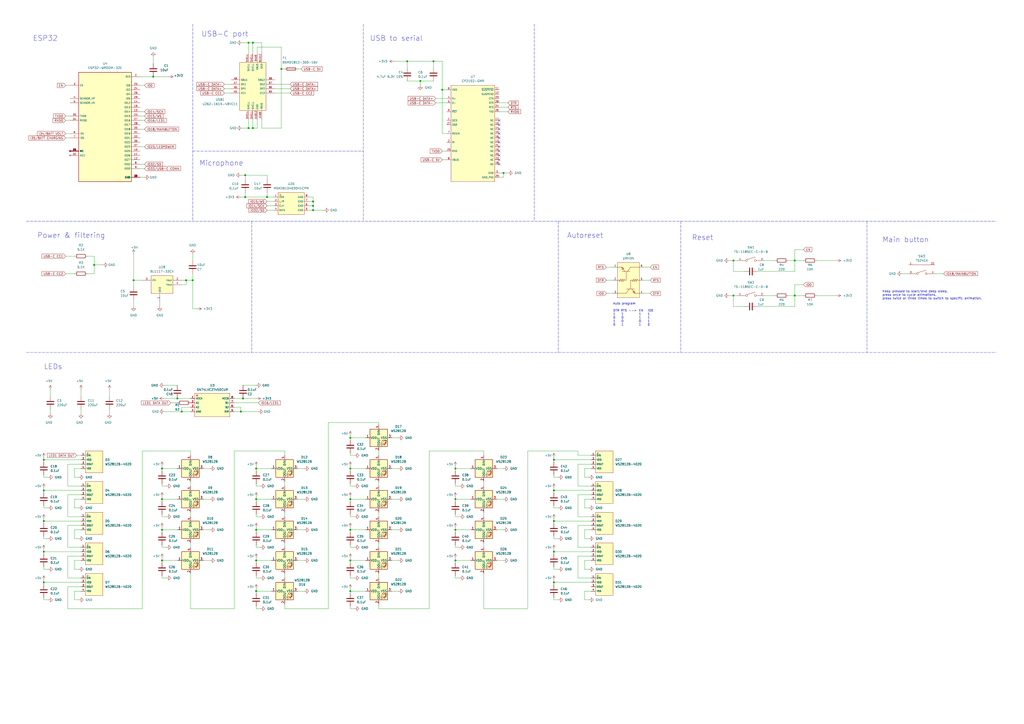
<source format=kicad_sch>
(kicad_sch (version 20211123) (generator eeschema)
  (paper "A2")
  (junction (at 292.1 100.33))
  (junction (at 203.2 342.9))
  (junction (at 93.98 289.56))
  (junction (at 264.16 325.12))
  (junction (at 321.31 320.04))
  (junction (at 25.4 320.04))
  (junction (at 148.59 289.56))
  (junction (at 93.98 271.78))
  (junction (at 105.41 238.76))
  (junction (at 54.61 153.67))
  (junction (at 142.24 101.6))
  (junction (at 203.2 307.34))
  (junction (at 148.59 307.34))
  (junction (at 264.16 271.78))
  (junction (at 321.31 266.7))
  (junction (at 148.59 271.78))
  (junction (at 321.31 284.48))
  (junction (at 181.61 119.38))
  (junction (at 146.685 24.765))
  (junction (at 321.31 302.26))
  (junction (at 146.685 74.295))
  (junction (at 203.2 289.56))
  (junction (at 139.7 238.76))
  (junction (at 163.195 40.005))
  (junction (at 144.145 24.765))
  (junction (at 181.61 121.92))
  (junction (at 140.97 231.14))
  (junction (at 25.4 284.48))
  (junction (at 236.22 35.56))
  (junction (at 77.47 162.56))
  (junction (at 203.2 325.12))
  (junction (at 251.46 35.56))
  (junction (at 102.87 231.14))
  (junction (at 148.59 325.12))
  (junction (at 243.84 46.99))
  (junction (at 181.61 116.84))
  (junction (at 154.94 114.3))
  (junction (at 461.01 171.45))
  (junction (at 264.16 289.56))
  (junction (at 425.45 171.45))
  (junction (at 25.4 337.82))
  (junction (at 142.24 114.3))
  (junction (at 461.01 151.13))
  (junction (at 425.45 151.13))
  (junction (at 256.54 52.07))
  (junction (at 203.2 271.78))
  (junction (at 111.76 162.56))
  (junction (at 264.16 307.34))
  (junction (at 107.95 162.56))
  (junction (at 25.4 266.7))
  (junction (at 93.98 307.34))
  (junction (at 144.145 74.295))
  (junction (at 203.2 254))
  (junction (at 148.59 342.9))
  (junction (at 321.31 337.82))
  (junction (at 25.4 302.26))
  (junction (at 93.98 325.12))
  (junction (at 88.9 44.45))
  (no_connect (at 289.56 82.55))
  (no_connect (at 289.56 95.25))
  (no_connect (at 289.56 90.17))
  (no_connect (at 289.56 80.01))
  (no_connect (at 289.56 85.09))
  (no_connect (at 289.56 69.85))
  (no_connect (at 289.56 77.47))
  (no_connect (at 289.56 87.63))
  (no_connect (at 289.56 92.71))
  (no_connect (at 289.56 74.93))
  (no_connect (at 289.56 72.39))
  (wire (pts (xy 289.56 59.69) (xy 294.64 59.69)))
  (wire (pts (xy 149.225 27.305) (xy 163.195 27.305)))
  (wire (pts (xy 25.4 337.82) (xy 25.4 339.09)))
  (wire (pts (xy 339.09 342.9) (xy 339.09 347.98)))
  (wire (pts (xy 321.31 302.26) (xy 321.31 303.53)))
  (wire (pts (xy 321.31 266.7) (xy 321.31 267.97)))
  (wire (pts (xy 280.67 261.62) (xy 248.92 261.62)))
  (wire (pts (xy 93.98 280.67) (xy 93.98 281.94)))
  (wire (pts (xy 203.2 289.56) (xy 212.09 289.56)))
  (wire (pts (xy 111.76 162.56) (xy 111.76 179.07)))
  (wire (pts (xy 148.59 334.01) (xy 148.59 335.28)))
  (wire (pts (xy 118.11 325.12) (xy 121.92 325.12)))
  (wire (pts (xy 172.72 40.005) (xy 174.625 40.005)))
  (wire (pts (xy 83.82 97.79) (xy 81.28 97.79)))
  (wire (pts (xy 165.1 40.005) (xy 163.195 40.005)))
  (wire (pts (xy 44.45 264.16) (xy 46.99 264.16)))
  (polyline (pts (xy 323.85 128.27) (xy 323.85 204.47)))
  (wire (pts (xy 148.59 317.5) (xy 151.13 317.5)))
  (wire (pts (xy 203.2 288.29) (xy 203.2 289.56)))
  (wire (pts (xy 172.72 325.12) (xy 176.53 325.12)))
  (wire (pts (xy 335.28 281.94) (xy 342.9 281.94)))
  (wire (pts (xy 107.95 165.1) (xy 107.95 162.56)))
  (wire (pts (xy 142.24 114.3) (xy 154.94 114.3)))
  (wire (pts (xy 264.16 281.94) (xy 266.7 281.94)))
  (wire (pts (xy 43.18 294.64) (xy 45.72 294.64)))
  (wire (pts (xy 227.33 325.12) (xy 231.14 325.12)))
  (wire (pts (xy 148.59 316.23) (xy 148.59 317.5)))
  (wire (pts (xy 236.22 46.99) (xy 243.84 46.99)))
  (wire (pts (xy 321.31 300.99) (xy 321.31 302.26)))
  (wire (pts (xy 110.49 297.18) (xy 110.49 299.72)))
  (wire (pts (xy 264.16 271.78) (xy 264.16 273.05)))
  (wire (pts (xy 288.29 289.56) (xy 292.1 289.56)))
  (wire (pts (xy 140.97 231.14) (xy 148.59 231.14)))
  (wire (pts (xy 46.99 325.12) (xy 43.18 325.12)))
  (wire (pts (xy 264.16 288.29) (xy 264.16 289.56)))
  (wire (pts (xy 142.24 104.14) (xy 142.24 101.6)))
  (wire (pts (xy 142.24 111.76) (xy 142.24 114.3)))
  (wire (pts (xy 219.71 246.38) (xy 219.71 245.11)))
  (wire (pts (xy 351.79 170.18) (xy 355.6 170.18)))
  (wire (pts (xy 306.07 353.06) (xy 280.67 353.06)))
  (wire (pts (xy 335.28 335.28) (xy 342.9 335.28)))
  (wire (pts (xy 38.1 69.85) (xy 40.64 69.85)))
  (wire (pts (xy 219.71 332.74) (xy 219.71 335.28)))
  (wire (pts (xy 118.11 289.56) (xy 121.92 289.56)))
  (wire (pts (xy 159.385 51.435) (xy 168.275 51.435)))
  (wire (pts (xy 93.98 334.01) (xy 93.98 335.28)))
  (wire (pts (xy 146.685 69.215) (xy 146.685 74.295)))
  (wire (pts (xy 95.25 231.14) (xy 102.87 231.14)))
  (wire (pts (xy 39.37 353.06) (xy 82.55 353.06)))
  (wire (pts (xy 148.59 325.12) (xy 148.59 326.39)))
  (wire (pts (xy 102.87 223.52) (xy 95.25 223.52)))
  (wire (pts (xy 110.49 236.22) (xy 105.41 236.22)))
  (wire (pts (xy 39.37 340.36) (xy 39.37 353.06)))
  (wire (pts (xy 105.41 165.1) (xy 107.95 165.1)))
  (wire (pts (xy 39.37 287.02) (xy 39.37 299.72)))
  (wire (pts (xy 264.16 307.34) (xy 264.16 308.61)))
  (polyline (pts (xy 210.82 13.97) (xy 210.82 128.27)))
  (wire (pts (xy 81.28 44.45) (xy 88.9 44.45)))
  (wire (pts (xy 203.2 270.51) (xy 203.2 271.78)))
  (wire (pts (xy 148.59 307.34) (xy 148.59 308.61)))
  (wire (pts (xy 259.08 77.47) (xy 256.54 77.47)))
  (wire (pts (xy 39.37 322.58) (xy 39.37 335.28)))
  (wire (pts (xy 25.4 266.7) (xy 46.99 266.7)))
  (wire (pts (xy 288.29 271.78) (xy 292.1 271.78)))
  (wire (pts (xy 321.31 293.37) (xy 321.31 294.64)))
  (wire (pts (xy 142.24 101.6) (xy 139.7 101.6)))
  (wire (pts (xy 38.1 158.75) (xy 43.18 158.75)))
  (wire (pts (xy 289.56 62.23) (xy 294.64 62.23)))
  (wire (pts (xy 321.31 265.43) (xy 321.31 266.7)))
  (wire (pts (xy 154.94 104.14) (xy 154.94 101.6)))
  (wire (pts (xy 252.73 59.69) (xy 259.08 59.69)))
  (wire (pts (xy 227.33 289.56) (xy 231.14 289.56)))
  (wire (pts (xy 43.18 276.86) (xy 45.72 276.86)))
  (wire (pts (xy 135.89 231.14) (xy 140.97 231.14)))
  (wire (pts (xy 165.1 261.62) (xy 135.89 261.62)))
  (wire (pts (xy 203.2 325.12) (xy 212.09 325.12)))
  (wire (pts (xy 264.16 270.51) (xy 264.16 271.78)))
  (wire (pts (xy 163.195 27.305) (xy 163.195 40.005)))
  (wire (pts (xy 373.38 170.18) (xy 377.19 170.18)))
  (wire (pts (xy 88.9 44.45) (xy 97.79 44.45)))
  (wire (pts (xy 38.1 49.53) (xy 40.64 49.53)))
  (wire (pts (xy 93.98 335.28) (xy 96.52 335.28)))
  (wire (pts (xy 139.7 238.76) (xy 149.86 238.76)))
  (wire (pts (xy 93.98 325.12) (xy 93.98 326.39)))
  (wire (pts (xy 461.01 177.8) (xy 439.42 177.8)))
  (wire (pts (xy 425.45 157.48) (xy 425.45 151.13)))
  (wire (pts (xy 203.2 264.16) (xy 205.74 264.16)))
  (wire (pts (xy 264.16 280.67) (xy 264.16 281.94)))
  (wire (pts (xy 335.28 304.8) (xy 335.28 317.5)))
  (wire (pts (xy 54.61 148.59) (xy 54.61 153.67)))
  (polyline (pts (xy 111.76 13.97) (xy 111.76 128.27)))
  (wire (pts (xy 151.765 74.295) (xy 163.195 74.295)))
  (wire (pts (xy 46.99 322.58) (xy 39.37 322.58)))
  (wire (pts (xy 236.22 35.56) (xy 236.22 39.37)))
  (wire (pts (xy 135.89 261.62) (xy 135.89 353.06)))
  (wire (pts (xy 93.98 299.72) (xy 96.52 299.72)))
  (wire (pts (xy 251.46 35.56) (xy 256.54 35.56)))
  (wire (pts (xy 264.16 299.72) (xy 266.7 299.72)))
  (wire (pts (xy 63.5 226.06) (xy 63.5 229.87)))
  (wire (pts (xy 118.11 271.78) (xy 121.92 271.78)))
  (wire (pts (xy 135.89 233.68) (xy 149.86 233.68)))
  (wire (pts (xy 339.09 289.56) (xy 339.09 294.64)))
  (wire (pts (xy 148.59 335.28) (xy 151.13 335.28)))
  (wire (pts (xy 148.59 280.67) (xy 148.59 281.94)))
  (wire (pts (xy 256.54 77.47) (xy 256.54 52.07)))
  (wire (pts (xy 43.18 347.98) (xy 45.72 347.98)))
  (wire (pts (xy 264.16 325.12) (xy 264.16 326.39)))
  (wire (pts (xy 148.59 323.85) (xy 148.59 325.12)))
  (wire (pts (xy 110.49 353.06) (xy 110.49 332.74)))
  (wire (pts (xy 146.685 24.765) (xy 151.765 24.765)))
  (wire (pts (xy 228.6 35.56) (xy 236.22 35.56)))
  (wire (pts (xy 148.59 351.79) (xy 148.59 353.06)))
  (wire (pts (xy 280.67 297.18) (xy 280.67 299.72)))
  (wire (pts (xy 46.99 287.02) (xy 39.37 287.02)))
  (wire (pts (xy 457.2 171.45) (xy 461.01 171.45)))
  (wire (pts (xy 81.28 74.93) (xy 83.82 74.93)))
  (wire (pts (xy 82.55 261.62) (xy 110.49 261.62)))
  (wire (pts (xy 179.07 119.38) (xy 181.61 119.38)))
  (wire (pts (xy 172.72 307.34) (xy 176.53 307.34)))
  (wire (pts (xy 39.37 281.94) (xy 46.99 281.94)))
  (wire (pts (xy 252.73 57.15) (xy 259.08 57.15)))
  (wire (pts (xy 203.2 307.34) (xy 212.09 307.34)))
  (wire (pts (xy 54.61 153.67) (xy 54.61 158.75)))
  (wire (pts (xy 219.71 245.11) (xy 190.5 245.11)))
  (wire (pts (xy 25.4 276.86) (xy 27.94 276.86)))
  (wire (pts (xy 264.16 298.45) (xy 264.16 299.72)))
  (wire (pts (xy 105.41 162.56) (xy 107.95 162.56)))
  (wire (pts (xy 292.1 100.33) (xy 294.64 100.33)))
  (wire (pts (xy 289.56 64.77) (xy 294.64 64.77)))
  (wire (pts (xy 154.94 114.3) (xy 158.75 114.3)))
  (wire (pts (xy 289.56 100.33) (xy 292.1 100.33)))
  (wire (pts (xy 148.59 281.94) (xy 151.13 281.94)))
  (wire (pts (xy 77.47 162.56) (xy 82.55 162.56)))
  (wire (pts (xy 219.71 261.62) (xy 219.71 264.16)))
  (wire (pts (xy 135.89 238.76) (xy 139.7 238.76)))
  (wire (pts (xy 25.4 336.55) (xy 25.4 337.82)))
  (wire (pts (xy 203.2 281.94) (xy 205.74 281.94)))
  (wire (pts (xy 342.9 269.24) (xy 335.28 269.24)))
  (wire (pts (xy 219.71 279.4) (xy 219.71 281.94)))
  (wire (pts (xy 172.72 342.9) (xy 176.53 342.9)))
  (wire (pts (xy 93.98 271.78) (xy 102.87 271.78)))
  (wire (pts (xy 25.4 318.77) (xy 25.4 320.04)))
  (wire (pts (xy 219.71 353.06) (xy 219.71 350.52)))
  (wire (pts (xy 165.1 350.52) (xy 165.1 353.06)))
  (wire (pts (xy 82.55 353.06) (xy 82.55 261.62)))
  (wire (pts (xy 335.28 287.02) (xy 335.28 299.72)))
  (wire (pts (xy 95.25 238.76) (xy 105.41 238.76)))
  (wire (pts (xy 190.5 353.06) (xy 165.1 353.06)))
  (wire (pts (xy 140.97 223.52) (xy 148.59 223.52)))
  (wire (pts (xy 151.765 24.765) (xy 151.765 31.115)))
  (wire (pts (xy 110.49 261.62) (xy 110.49 264.16)))
  (wire (pts (xy 111.76 179.07) (xy 114.3 179.07)))
  (wire (pts (xy 148.59 271.78) (xy 148.59 273.05)))
  (wire (pts (xy 46.99 340.36) (xy 39.37 340.36)))
  (wire (pts (xy 43.18 342.9) (xy 43.18 347.98)))
  (wire (pts (xy 25.4 302.26) (xy 46.99 302.26)))
  (polyline (pts (xy 15.24 128.27) (xy 577.85 128.27)))
  (wire (pts (xy 139.7 236.22) (xy 139.7 238.76)))
  (wire (pts (xy 449.58 151.13) (xy 443.23 151.13)))
  (wire (pts (xy 50.8 158.75) (xy 54.61 158.75)))
  (wire (pts (xy 93.98 271.78) (xy 93.98 273.05)))
  (wire (pts (xy 351.79 162.56) (xy 355.6 162.56)))
  (wire (pts (xy 181.61 114.3) (xy 181.61 116.84)))
  (wire (pts (xy 165.1 314.96) (xy 165.1 317.5)))
  (wire (pts (xy 321.31 311.15) (xy 321.31 312.42)))
  (wire (pts (xy 321.31 266.7) (xy 342.9 266.7)))
  (wire (pts (xy 321.31 276.86) (xy 323.85 276.86)))
  (polyline (pts (xy 146.05 128.27) (xy 146.05 204.47)))
  (wire (pts (xy 203.2 280.67) (xy 203.2 281.94)))
  (wire (pts (xy 50.8 148.59) (xy 54.61 148.59)))
  (wire (pts (xy 39.37 299.72) (xy 46.99 299.72)))
  (wire (pts (xy 203.2 316.23) (xy 203.2 317.5)))
  (wire (pts (xy 25.4 266.7) (xy 25.4 267.97)))
  (wire (pts (xy 99.06 233.68) (xy 102.87 233.68)))
  (wire (pts (xy 243.84 46.99) (xy 251.46 46.99)))
  (wire (pts (xy 321.31 275.59) (xy 321.31 276.86)))
  (wire (pts (xy 203.2 271.78) (xy 212.09 271.78)))
  (wire (pts (xy 321.31 347.98) (xy 323.85 347.98)))
  (wire (pts (xy 25.4 284.48) (xy 46.99 284.48)))
  (wire (pts (xy 264.16 335.28) (xy 266.7 335.28)))
  (wire (pts (xy 339.09 325.12) (xy 339.09 330.2)))
  (wire (pts (xy 264.16 316.23) (xy 264.16 317.5)))
  (wire (pts (xy 203.2 353.06) (xy 205.74 353.06)))
  (wire (pts (xy 159.385 53.975) (xy 168.275 53.975)))
  (wire (pts (xy 25.4 311.15) (xy 25.4 312.42)))
  (wire (pts (xy 118.11 307.34) (xy 121.92 307.34)))
  (wire (pts (xy 335.28 317.5) (xy 342.9 317.5)))
  (wire (pts (xy 461.01 165.1) (xy 466.09 165.1)))
  (wire (pts (xy 165.1 264.16) (xy 165.1 261.62)))
  (wire (pts (xy 335.28 269.24) (xy 335.28 281.94)))
  (polyline (pts (xy 309.88 13.97) (xy 309.88 128.27)))
  (wire (pts (xy 227.33 271.78) (xy 231.14 271.78)))
  (wire (pts (xy 144.145 69.215) (xy 144.145 74.295)))
  (wire (pts (xy 148.59 270.51) (xy 148.59 271.78)))
  (wire (pts (xy 342.9 307.34) (xy 339.09 307.34)))
  (wire (pts (xy 342.9 271.78) (xy 339.09 271.78)))
  (wire (pts (xy 154.94 116.84) (xy 158.75 116.84)))
  (wire (pts (xy 248.92 261.62) (xy 248.92 353.06)))
  (wire (pts (xy 203.2 254) (xy 203.2 255.27)))
  (wire (pts (xy 321.31 346.71) (xy 321.31 347.98)))
  (wire (pts (xy 165.1 297.18) (xy 165.1 299.72)))
  (wire (pts (xy 93.98 289.56) (xy 102.87 289.56)))
  (wire (pts (xy 148.59 299.72) (xy 151.13 299.72)))
  (polyline (pts (xy 394.97 128.27) (xy 394.97 204.47)))
  (wire (pts (xy 146.685 31.115) (xy 146.685 24.765)))
  (wire (pts (xy 148.59 342.9) (xy 157.48 342.9)))
  (wire (pts (xy 203.2 323.85) (xy 203.2 325.12)))
  (wire (pts (xy 422.91 171.45) (xy 425.45 171.45)))
  (wire (pts (xy 148.59 289.56) (xy 157.48 289.56)))
  (wire (pts (xy 148.59 342.9) (xy 148.59 344.17)))
  (wire (pts (xy 251.46 35.56) (xy 251.46 39.37)))
  (wire (pts (xy 236.22 35.56) (xy 251.46 35.56)))
  (wire (pts (xy 130.175 51.435) (xy 133.985 51.435)))
  (wire (pts (xy 93.98 316.23) (xy 93.98 317.5)))
  (wire (pts (xy 280.67 279.4) (xy 280.67 281.94)))
  (wire (pts (xy 93.98 288.29) (xy 93.98 289.56)))
  (wire (pts (xy 342.9 289.56) (xy 339.09 289.56)))
  (wire (pts (xy 256.54 87.63) (xy 259.08 87.63)))
  (wire (pts (xy 335.28 264.16) (xy 335.28 261.62)))
  (wire (pts (xy 248.92 353.06) (xy 219.71 353.06)))
  (wire (pts (xy 148.59 325.12) (xy 157.48 325.12)))
  (wire (pts (xy 280.67 353.06) (xy 280.67 332.74)))
  (wire (pts (xy 203.2 289.56) (xy 203.2 290.83)))
  (wire (pts (xy 342.9 325.12) (xy 339.09 325.12)))
  (wire (pts (xy 25.4 320.04) (xy 46.99 320.04)))
  (wire (pts (xy 179.07 114.3) (xy 181.61 114.3)))
  (wire (pts (xy 83.82 67.31) (xy 81.28 67.31)))
  (wire (pts (xy 190.5 245.11) (xy 190.5 353.06)))
  (wire (pts (xy 264.16 323.85) (xy 264.16 325.12)))
  (wire (pts (xy 25.4 265.43) (xy 25.4 266.7)))
  (wire (pts (xy 46.99 289.56) (xy 43.18 289.56)))
  (wire (pts (xy 339.09 271.78) (xy 339.09 276.86)))
  (wire (pts (xy 25.4 300.99) (xy 25.4 302.26)))
  (wire (pts (xy 264.16 289.56) (xy 264.16 290.83)))
  (wire (pts (xy 83.82 69.85) (xy 81.28 69.85)))
  (wire (pts (xy 264.16 334.01) (xy 264.16 335.28)))
  (wire (pts (xy 321.31 294.64) (xy 323.85 294.64)))
  (wire (pts (xy 39.37 317.5) (xy 46.99 317.5)))
  (wire (pts (xy 203.2 306.07) (xy 203.2 307.34)))
  (wire (pts (xy 181.61 121.92) (xy 187.96 121.92)))
  (wire (pts (xy 181.61 116.84) (xy 181.61 119.38)))
  (wire (pts (xy 339.09 294.64) (xy 341.63 294.64)))
  (wire (pts (xy 335.28 322.58) (xy 335.28 335.28)))
  (wire (pts (xy 43.18 312.42) (xy 45.72 312.42)))
  (wire (pts (xy 92.71 175.26) (xy 92.71 177.8)))
  (wire (pts (xy 219.71 297.18) (xy 219.71 299.72)))
  (wire (pts (xy 288.29 307.34) (xy 292.1 307.34)))
  (wire (pts (xy 461.01 157.48) (xy 439.42 157.48)))
  (polyline (pts (xy 111.76 87.63) (xy 210.82 87.63)))
  (wire (pts (xy 93.98 306.07) (xy 93.98 307.34)))
  (wire (pts (xy 461.01 151.13) (xy 461.01 144.78)))
  (wire (pts (xy 25.4 275.59) (xy 25.4 276.86)))
  (wire (pts (xy 280.67 314.96) (xy 280.67 317.5)))
  (wire (pts (xy 227.33 254) (xy 231.14 254)))
  (wire (pts (xy 148.59 307.34) (xy 157.48 307.34)))
  (wire (pts (xy 321.31 302.26) (xy 342.9 302.26)))
  (wire (pts (xy 473.71 151.13) (xy 485.14 151.13)))
  (wire (pts (xy 163.195 40.005) (xy 163.195 74.295)))
  (wire (pts (xy 422.91 151.13) (xy 425.45 151.13)))
  (wire (pts (xy 288.29 325.12) (xy 292.1 325.12)))
  (wire (pts (xy 46.99 226.06) (xy 46.99 229.87)))
  (wire (pts (xy 289.56 102.87) (xy 292.1 102.87)))
  (wire (pts (xy 38.1 77.47) (xy 40.64 77.47)))
  (wire (pts (xy 321.31 318.77) (xy 321.31 320.04)))
  (wire (pts (xy 102.87 231.14) (xy 110.49 231.14)))
  (wire (pts (xy 46.99 237.49) (xy 46.99 240.03)))
  (wire (pts (xy 466.09 171.45) (xy 461.01 171.45)))
  (wire (pts (xy 342.9 322.58) (xy 335.28 322.58)))
  (wire (pts (xy 93.98 307.34) (xy 102.87 307.34)))
  (wire (pts (xy 256.54 92.71) (xy 259.08 92.71)))
  (wire (pts (xy 25.4 320.04) (xy 25.4 321.31)))
  (wire (pts (xy 449.58 171.45) (xy 443.23 171.45)))
  (polyline (pts (xy 502.92 128.27) (xy 502.92 204.47)))
  (wire (pts (xy 203.2 271.78) (xy 203.2 273.05)))
  (wire (pts (xy 179.07 116.84) (xy 181.61 116.84)))
  (wire (pts (xy 135.89 236.22) (xy 139.7 236.22)))
  (wire (pts (xy 321.31 283.21) (xy 321.31 284.48)))
  (wire (pts (xy 203.2 262.89) (xy 203.2 264.16)))
  (wire (pts (xy 77.47 147.32) (xy 77.47 162.56)))
  (wire (pts (xy 203.2 254) (xy 212.09 254)))
  (wire (pts (xy 38.1 67.31) (xy 40.64 67.31)))
  (wire (pts (xy 523.24 158.75) (xy 527.05 158.75)))
  (wire (pts (xy 144.145 24.765) (xy 144.145 31.115)))
  (wire (pts (xy 227.33 342.9) (xy 231.14 342.9)))
  (wire (pts (xy 179.07 121.92) (xy 181.61 121.92)))
  (wire (pts (xy 342.9 287.02) (xy 335.28 287.02)))
  (wire (pts (xy 154.94 121.92) (xy 158.75 121.92)))
  (wire (pts (xy 306.07 261.62) (xy 306.07 353.06)))
  (wire (pts (xy 46.99 271.78) (xy 43.18 271.78)))
  (wire (pts (xy 335.28 299.72) (xy 342.9 299.72)))
  (wire (pts (xy 461.01 151.13) (xy 461.01 157.48)))
  (wire (pts (xy 93.98 317.5) (xy 96.52 317.5)))
  (wire (pts (xy 148.59 353.06) (xy 151.13 353.06)))
  (wire (pts (xy 264.16 271.78) (xy 273.05 271.78)))
  (wire (pts (xy 243.84 46.99) (xy 243.84 49.53)))
  (wire (pts (xy 43.18 307.34) (xy 43.18 312.42)))
  (wire (pts (xy 154.94 111.76) (xy 154.94 114.3)))
  (wire (pts (xy 43.18 289.56) (xy 43.18 294.64)))
  (wire (pts (xy 130.175 48.895) (xy 133.985 48.895)))
  (wire (pts (xy 256.54 35.56) (xy 256.54 52.07)))
  (wire (pts (xy 203.2 307.34) (xy 203.2 308.61)))
  (wire (pts (xy 148.59 341.63) (xy 148.59 342.9)))
  (wire (pts (xy 25.4 346.71) (xy 25.4 347.98)))
  (wire (pts (xy 373.38 162.56) (xy 377.19 162.56)))
  (wire (pts (xy 203.2 298.45) (xy 203.2 299.72)))
  (wire (pts (xy 25.4 294.64) (xy 27.94 294.64)))
  (wire (pts (xy 321.31 328.93) (xy 321.31 330.2)))
  (wire (pts (xy 431.8 177.8) (xy 425.45 177.8)))
  (wire (pts (xy 93.98 325.12) (xy 102.87 325.12)))
  (wire (pts (xy 256.54 52.07) (xy 259.08 52.07)))
  (wire (pts (xy 77.47 162.56) (xy 77.47 166.37)))
  (wire (pts (xy 93.98 270.51) (xy 93.98 271.78)))
  (wire (pts (xy 144.145 74.295) (xy 140.335 74.295)))
  (wire (pts (xy 219.71 314.96) (xy 219.71 317.5)))
  (wire (pts (xy 77.47 173.99) (xy 77.47 177.8)))
  (wire (pts (xy 46.99 307.34) (xy 43.18 307.34)))
  (wire (pts (xy 181.61 119.38) (xy 181.61 121.92)))
  (wire (pts (xy 227.33 307.34) (xy 231.14 307.34)))
  (wire (pts (xy 107.95 162.56) (xy 111.76 162.56)))
  (polyline (pts (xy 15.24 204.47) (xy 577.85 204.47)))
  (wire (pts (xy 83.82 64.77) (xy 81.28 64.77)))
  (wire (pts (xy 466.09 151.13) (xy 461.01 151.13)))
  (wire (pts (xy 342.9 342.9) (xy 339.09 342.9)))
  (wire (pts (xy 140.335 24.765) (xy 144.145 24.765)))
  (wire (pts (xy 461.01 171.45) (xy 461.01 177.8)))
  (wire (pts (xy 342.9 304.8) (xy 335.28 304.8)))
  (wire (pts (xy 25.4 328.93) (xy 25.4 330.2)))
  (wire (pts (xy 431.8 157.48) (xy 425.45 157.48)))
  (wire (pts (xy 148.59 288.29) (xy 148.59 289.56)))
  (wire (pts (xy 339.09 276.86) (xy 341.63 276.86)))
  (wire (pts (xy 154.94 119.38) (xy 158.75 119.38)))
  (wire (pts (xy 373.38 154.94) (xy 377.19 154.94)))
  (wire (pts (xy 43.18 325.12) (xy 43.18 330.2)))
  (wire (pts (xy 264.16 307.34) (xy 273.05 307.34)))
  (wire (pts (xy 321.31 312.42) (xy 323.85 312.42)))
  (wire (pts (xy 203.2 317.5) (xy 205.74 317.5)))
  (wire (pts (xy 83.82 102.87) (xy 81.28 102.87)))
  (wire (pts (xy 81.28 85.09) (xy 83.82 85.09)))
  (wire (pts (xy 321.31 320.04) (xy 342.9 320.04)))
  (wire (pts (xy 264.16 306.07) (xy 264.16 307.34)))
  (wire (pts (xy 159.385 48.895) (xy 168.275 48.895)))
  (wire (pts (xy 39.37 304.8) (xy 39.37 317.5)))
  (wire (pts (xy 25.4 337.82) (xy 46.99 337.82)))
  (wire (pts (xy 110.49 279.4) (xy 110.49 281.94)))
  (wire (pts (xy 461.01 144.78) (xy 466.09 144.78)))
  (wire (pts (xy 105.41 236.22) (xy 105.41 238.76)))
  (wire (pts (xy 203.2 325.12) (xy 203.2 326.39)))
  (wire (pts (xy 321.31 284.48) (xy 321.31 285.75)))
  (wire (pts (xy 149.225 74.295) (xy 146.685 74.295)))
  (wire (pts (xy 342.9 264.16) (xy 335.28 264.16)))
  (wire (pts (xy 29.21 237.49) (xy 29.21 240.03)))
  (wire (pts (xy 339.09 347.98) (xy 341.63 347.98)))
  (wire (pts (xy 321.31 320.04) (xy 321.31 321.31)))
  (wire (pts (xy 542.29 158.75) (xy 547.37 158.75)))
  (wire (pts (xy 425.45 171.45) (xy 427.99 171.45)))
  (wire (pts (xy 203.2 299.72) (xy 205.74 299.72)))
  (wire (pts (xy 25.4 283.21) (xy 25.4 284.48)))
  (wire (pts (xy 151.765 69.215) (xy 151.765 74.295)))
  (wire (pts (xy 39.37 269.24) (xy 39.37 281.94)))
  (wire (pts (xy 43.18 271.78) (xy 43.18 276.86)))
  (wire (pts (xy 93.98 289.56) (xy 93.98 290.83)))
  (wire (pts (xy 264.16 317.5) (xy 266.7 317.5)))
  (wire (pts (xy 110.49 314.96) (xy 110.49 317.5)))
  (wire (pts (xy 148.59 306.07) (xy 148.59 307.34)))
  (wire (pts (xy 25.4 302.26) (xy 25.4 303.53)))
  (wire (pts (xy 148.59 271.78) (xy 157.48 271.78)))
  (wire (pts (xy 425.45 151.13) (xy 427.99 151.13)))
  (wire (pts (xy 203.2 252.73) (xy 203.2 254)))
  (wire (pts (xy 461.01 171.45) (xy 461.01 165.1)))
  (wire (pts (xy 93.98 323.85) (xy 93.98 325.12)))
  (wire (pts (xy 142.24 101.6) (xy 154.94 101.6)))
  (wire (pts (xy 146.685 74.295) (xy 144.145 74.295)))
  (wire (pts (xy 25.4 312.42) (xy 27.94 312.42)))
  (wire (pts (xy 142.24 114.3) (xy 139.7 114.3)))
  (wire (pts (xy 63.5 237.49) (xy 63.5 240.03)))
  (wire (pts (xy 111.76 151.13) (xy 111.76 147.32)))
  (wire (pts (xy 88.9 33.02) (xy 88.9 36.83)))
  (wire (pts (xy 83.82 95.25) (xy 81.28 95.25)))
  (wire (pts (xy 93.98 298.45) (xy 93.98 299.72)))
  (wire (pts (xy 203.2 342.9) (xy 212.09 342.9)))
  (wire (pts (xy 339.09 307.34) (xy 339.09 312.42)))
  (wire (pts (xy 25.4 293.37) (xy 25.4 294.64)))
  (wire (pts (xy 46.99 304.8) (xy 39.37 304.8)))
  (wire (pts (xy 38.1 80.01) (xy 40.64 80.01)))
  (wire (pts (xy 165.1 332.74) (xy 165.1 335.28)))
  (wire (pts (xy 321.31 337.82) (xy 342.9 337.82)))
  (wire (pts (xy 425.45 177.8) (xy 425.45 171.45)))
  (wire (pts (xy 83.82 49.53) (xy 81.28 49.53)))
  (wire (pts (xy 149.225 69.215) (xy 149.225 74.295)))
  (wire (pts (xy 54.61 153.67) (xy 59.69 153.67)))
  (wire (pts (xy 280.67 264.16) (xy 280.67 261.62)))
  (wire (pts (xy 46.99 269.24) (xy 39.37 269.24)))
  (wire (pts (xy 148.59 298.45) (xy 148.59 299.72)))
  (wire (pts (xy 93.98 307.34) (xy 93.98 308.61)))
  (wire (pts (xy 25.4 330.2) (xy 27.94 330.2)))
  (wire (pts (xy 93.98 281.94) (xy 96.52 281.94)))
  (wire (pts (xy 46.99 342.9) (xy 43.18 342.9)))
  (wire (pts (xy 25.4 284.48) (xy 25.4 285.75)))
  (wire (pts (xy 203.2 341.63) (xy 203.2 342.9)))
  (wire (pts (xy 321.31 337.82) (xy 321.31 339.09)))
  (wire (pts (xy 43.18 330.2) (xy 45.72 330.2)))
  (wire (pts (xy 203.2 342.9) (xy 203.2 344.17)))
  (wire (pts (xy 39.37 335.28) (xy 46.99 335.28)))
  (wire (pts (xy 144.145 24.765) (xy 146.685 24.765)))
  (wire (pts (xy 29.21 226.06) (xy 29.21 229.87)))
  (wire (pts (xy 321.31 284.48) (xy 342.9 284.48)))
  (wire (pts (xy 292.1 102.87) (xy 292.1 100.33)))
  (wire (pts (xy 351.79 154.94) (xy 355.6 154.94)))
  (wire (pts (xy 172.72 289.56) (xy 176.53 289.56)))
  (wire (pts (xy 339.09 312.42) (xy 341.63 312.42)))
  (wire (pts (xy 148.59 289.56) (xy 148.59 290.83)))
  (wire (pts (xy 203.2 351.79) (xy 203.2 353.06)))
  (wire (pts (xy 133.985 53.975) (xy 130.175 53.975)))
  (wire (pts (xy 335.28 261.62) (xy 306.07 261.62)))
  (wire (pts (xy 111.76 162.56) (xy 111.76 158.75)))
  (wire (pts (xy 321.31 330.2) (xy 323.85 330.2)))
  (wire (pts (xy 321.31 336.55) (xy 321.31 337.82)))
  (wire (pts (xy 172.72 271.78) (xy 176.53 271.78)))
  (wire (pts (xy 38.1 148.59) (xy 43.18 148.59)))
  (wire (pts (xy 264.16 325.12) (xy 273.05 325.12)))
  (wire (pts (xy 25.4 347.98) (xy 27.94 347.98)))
  (wire (pts (xy 149.225 31.115) (xy 149.225 27.305)))
  (wire (pts (xy 105.41 238.76) (xy 110.49 238.76)))
  (wire (pts (xy 473.71 171.45) (xy 485.14 171.45)))
  (wire (pts (xy 165.1 279.4) (xy 165.1 281.94)))
  (wire (pts (xy 339.09 330.2) (xy 341.63 330.2)))
  (wire (pts (xy 203.2 334.01) (xy 203.2 335.28)))
  (wire (pts (xy 203.2 335.28) (xy 205.74 335.28)))
  (wire (pts (xy 135.89 353.06) (xy 110.49 353.06)))
  (wire (pts (xy 457.2 151.13) (xy 461.01 151.13)))
  (wire (pts (xy 264.16 289.56) (xy 273.05 289.56)))
  (text "Auto program\n\nDTR RTS -->	EN 	IO0\n1	1		1	1\n0	0		1	1\n1	0		0	1\n0	1		1	0" (at 355.6 189.23 0) (effects (font (size 1.27 1.27)) (justify left bottom)))
  (text "Autoreset" (at 328.93 138.43 0) (effects (font (size 3 3)) (justify left bottom)))
  (text "USB to serial" (at 214.63 24.13 0) (effects (font (size 3 3)) (justify left bottom)))
  (text "Reset" (at 401.32 139.7 0) (effects (font (size 3 3)) (justify left bottom)))
  (text "USB-C port" (at 116.84 21.59 0) (effects (font (size 3 3)) (justify left bottom)))
  (text "Keep pressed to start/end deep sleep, \npress once to cycle animations, \npress twice or three times to switch to specific animation." (at 511.81 173.99 0) (effects (font (size 1.27 1.27)) (justify left bottom)))
  (text "Power & filtering" (at 21.59 138.43 0) (effects (font (size 3 3)) (justify left bottom)))
  (text "Main button" (at 511.81 140.97 0) (effects (font (size 3 3)) (justify left bottom)))
  (text "ESP32" (at 19.05 24.13 0) (effects (font (size 3 3)) (justify left bottom)))
  (text "LEDs" (at 25.4 214.6299 0) (effects (font (size 3 3)) (justify left bottom)))
  (text "Microphone" (at 115.57 96.52 0) (effects (font (size 3 3)) (justify left bottom)))
  (global_label "TXD0" (shape input) (at 256.54 87.63 180) (property "Intersheet References" "${INTERSHEET_REFS}" (effects hide)))
  (global_label "RXD0" (shape input) (at 294.64 64.77 0) (property "Intersheet References" "${INTERSHEET_REFS}" (effects hide)))
  (global_label "RTS" (shape input) (at 377.19 162.56 0) (property "Intersheet References" "${INTERSHEET_REFS}" (effects hide)))
  (global_label "EN" (shape input) (at 38.1 49.53 180) (property "Intersheet References" "${INTERSHEET_REFS}" (effects hide)))
  (global_label "USB-C CC2" (shape input) (at 168.275 53.975 0) (property "Intersheet References" "${INTERSHEET_REFS}" (effects hide)))
  (global_label "I34{slash}BATT VOLT" (shape input) (at 38.1 77.47 180) (property "Intersheet References" "${INTERSHEET_REFS}" (effects hide)))
  (global_label "RTS" (shape input) (at 294.64 62.23 0) (property "Intersheet References" "${INTERSHEET_REFS}" (effects hide)))
  (global_label "IO14{slash}SCK" (shape input) (at 83.82 64.77 0) (property "Intersheet References" "${INTERSHEET_REFS}" (effects hide)))
  (global_label "IO33{slash}USB-C CONN" (shape input) (at 83.82 97.79 0) (property "Intersheet References" "${INTERSHEET_REFS}" (effects hide)))
  (global_label "USB-C CC1" (shape input) (at 38.1 148.59 180) (property "Intersheet References" "${INTERSHEET_REFS}" (effects hide)))
  (global_label "IO18{slash}MAINBUTTON" (shape input) (at 83.82 74.93 0) (property "Intersheet References" "${INTERSHEET_REFS}" (effects hide)))
  (global_label "RXD0" (shape input) (at 38.1 69.85 180) (property "Intersheet References" "${INTERSHEET_REFS}" (effects hide)))
  (global_label "LED1 DATA OUT" (shape input) (at 99.06 233.68 180) (property "Intersheet References" "${INTERSHEET_REFS}" (effects hide)))
  (global_label "EN" (shape input) (at 466.09 144.78 0) (property "Intersheet References" "${INTERSHEET_REFS}" (effects hide)))
  (global_label "IO16{slash}LED1" (shape input) (at 83.82 69.85 0) (property "Intersheet References" "${INTERSHEET_REFS}" (effects hide)))
  (global_label "IO32{slash}SD" (shape input) (at 154.94 121.92 180) (property "Intersheet References" "${INTERSHEET_REFS}" (effects hide)))
  (global_label "USB-C 5V" (shape input) (at 256.54 92.71 180) (property "Intersheet References" "${INTERSHEET_REFS}" (effects hide)))
  (global_label "USB-C CC2" (shape input) (at 38.1 158.75 180) (property "Intersheet References" "${INTERSHEET_REFS}" (effects hide)))
  (global_label "IO32{slash}SD" (shape input) (at 83.82 95.25 0) (property "Intersheet References" "${INTERSHEET_REFS}" (effects hide)))
  (global_label "IO0" (shape input) (at 466.09 165.1 0) (property "Intersheet References" "${INTERSHEET_REFS}" (effects hide)))
  (global_label "IO0" (shape input) (at 351.79 170.18 180) (property "Intersheet References" "${INTERSHEET_REFS}" (effects hide)))
  (global_label "IO18{slash}MAINBUTTON" (shape input) (at 547.37 158.75 0) (property "Intersheet References" "${INTERSHEET_REFS}" (effects hide)))
  (global_label "DTR" (shape input) (at 351.79 162.56 180) (property "Intersheet References" "${INTERSHEET_REFS}" (effects hide)))
  (global_label "EN" (shape input) (at 377.19 154.94 0) (property "Intersheet References" "${INTERSHEET_REFS}" (effects hide)))
  (global_label "RTS" (shape input) (at 351.79 154.94 180) (property "Intersheet References" "${INTERSHEET_REFS}" (effects hide)))
  (global_label "USB-C DATA+" (shape input) (at 130.175 51.435 180) (property "Intersheet References" "${INTERSHEET_REFS}" (effects hide)))
  (global_label "IO23{slash}LEDPOWER" (shape input) (at 83.82 85.09 0) (property "Intersheet References" "${INTERSHEET_REFS}" (effects hide)))
  (global_label "USB-C DATA-" (shape input) (at 252.73 59.69 180) (property "Intersheet References" "${INTERSHEET_REFS}" (effects hide)))
  (global_label "DTR" (shape input) (at 377.19 170.18 0) (property "Intersheet References" "${INTERSHEET_REFS}" (effects hide)))
  (global_label "IO15{slash}WS" (shape input) (at 154.94 116.84 180) (property "Intersheet References" "${INTERSHEET_REFS}" (effects hide)))
  (global_label "IO0" (shape input) (at 83.82 49.53 0) (property "Intersheet References" "${INTERSHEET_REFS}" (effects hide)))
  (global_label "USB-C CC1" (shape input) (at 130.175 53.975 180) (property "Intersheet References" "${INTERSHEET_REFS}" (effects hide)))
  (global_label "USB-C DATA-" (shape input) (at 130.175 48.895 180) (property "Intersheet References" "${INTERSHEET_REFS}" (effects hide)))
  (global_label "DTR" (shape input) (at 294.64 59.69 0) (property "Intersheet References" "${INTERSHEET_REFS}" (effects hide)))
  (global_label "USB-C DATA-" (shape input) (at 168.275 48.895 0) (property "Intersheet References" "${INTERSHEET_REFS}" (effects hide)))
  (global_label "USB-C 5V" (shape input) (at 174.625 40.005 0) (property "Intersheet References" "${INTERSHEET_REFS}" (effects hide)))
  (global_label "IO14{slash}SCK" (shape input) (at 154.94 119.38 180) (property "Intersheet References" "${INTERSHEET_REFS}" (effects hide)))
  (global_label "TXD0" (shape input) (at 38.1 67.31 180) (property "Intersheet References" "${INTERSHEET_REFS}" (effects hide)))
  (global_label "I35{slash}BATT CHARGING" (shape input) (at 38.1 80.01 180) (property "Intersheet References" "${INTERSHEET_REFS}" (effects hide)))
  (global_label "IO16{slash}LED1" (shape input) (at 149.86 233.68 0) (property "Intersheet References" "${INTERSHEET_REFS}" (effects hide)))
  (global_label "USB-C DATA+" (shape input) (at 252.73 57.15 180) (property "Intersheet References" "${INTERSHEET_REFS}" (effects hide)))
  (global_label "LED1 DATA OUT" (shape input) (at 44.45 264.16 180) (property "Intersheet References" "${INTERSHEET_REFS}" (effects hide)))
  (global_label "IO15{slash}WS" (shape input) (at 83.82 67.31 0) (property "Intersheet References" "${INTERSHEET_REFS}" (effects hide)))
  (global_label "USB-C DATA+" (shape input) (at 168.275 51.435 0) (property "Intersheet References" "${INTERSHEET_REFS}" (effects hide)))
  (symbol (lib_id "Device:5.1K 1% 0603") (at 46.99 148.59 270) (unit 1)
    (property "Reference" "R2" (at 46.99 142.24 90))
    (property "Value" "5.1K" (at 46.99 144.78 90))
    (property "Footprint" "Resistor_SMD:R_0603_1608Metric_Pad0.98x0.95mm_HandSolder" (effects hide))
    (property "LCSC #" "C23186" (effects hide))
  )
  (symbol (lib_id "Device:C") (at 321.31 289.56 0) (unit 1)
    (property "Reference" "C43" (at 325.12 288.2899 0) (effects (justify left)))
    (property "Value" "0.1uf" (at 325.12 290.8299 0) (effects (justify left)))
    (property "Footprint" "Capacitor_SMD:C_0603_1608Metric_Pad1.08x0.95mm_HandSolder" (effects hide))
    (property "LCSC #" "C14663" (effects hide))
  )
  (symbol (lib_id "Device:0.1uF_0603") (at 251.46 43.18 0) (unit 1)
    (property "Reference" "C6" (at 242.57 41.91 0) (effects (justify left)))
    (property "Value" "0.1uF" (at 242.57 44.45 0) (effects (justify left)))
    (property "Footprint" "Capacitor_SMD:C_0603_1608Metric_Pad1.08x0.95mm_HandSolder" (effects hide))
    (property "LCSC #" "C14663" (effects hide))
  )
  (symbol (lib_id "Device:C") (at 203.2 330.2 0) (unit 1)
    (property "Reference" "C36" (at 207.01 328.9299 0) (effects (justify left)))
    (property "Value" "0.1uf" (at 207.01 331.4699 0) (effects (justify left)))
    (property "Footprint" "Capacitor_SMD:C_0603_1608Metric_Pad1.08x0.95mm_HandSolder" (effects hide))
    (property "LCSC #" "C14663" (effects hide))
  )
  (symbol (lib_id "power:GND") (at 341.63 294.64 90) (unit 1)
    (property "Reference" "#PWR0148" (effects hide))
    (property "Value" "GND" (at 345.44 294.6399 90) (effects (justify right)))
  )
  (symbol (lib_id "power:GND") (at 46.99 240.03 0) (mirror y) (unit 1)
    (property "Reference" "#PWR0200" (effects hide))
    (property "Value" "GND" (at 48.26 245.11 0) (effects (justify left)))
  )
  (symbol (lib_id "Device:10K 0603") (at 453.39 171.45 90) (unit 1)
    (property "Reference" "R5" (at 453.39 173.99 90))
    (property "Value" "220" (at 453.39 176.53 90))
    (property "Footprint" "Resistor_SMD:R_0603_1608Metric_Pad0.98x0.95mm_HandSolder" (effects hide))
    (property "LCSC #" "C22962" (effects hide))
  )
  (symbol (lib_id "Device:C") (at 25.4 342.9 0) (unit 1)
    (property "Reference" "C22" (at 29.21 341.6299 0) (effects (justify left)))
    (property "Value" "0.1uf" (at 29.21 344.1699 0) (effects (justify left)))
    (property "Footprint" "Capacitor_SMD:C_0603_1608Metric_Pad1.08x0.95mm_HandSolder" (effects hide))
    (property "LCSC #" "C14663" (effects hide))
  )
  (symbol (lib_id "power:GND") (at 27.94 347.98 90) (unit 1)
    (property "Reference" "#PWR0183" (effects hide))
    (property "Value" "GND" (at 31.75 347.9799 90) (effects (justify right)))
  )
  (symbol (lib_id "Device:C") (at 93.98 330.2 0) (unit 1)
    (property "Reference" "C26" (at 97.79 328.9299 0) (effects (justify left)))
    (property "Value" "0.1uf" (at 97.79 331.4699 0) (effects (justify left)))
    (property "Footprint" "Capacitor_SMD:C_0603_1608Metric_Pad1.08x0.95mm_HandSolder" (effects hide))
    (property "LCSC #" "C14663" (effects hide))
  )
  (symbol (lib_id "Device:C") (at 236.22 43.18 180) (unit 1)
    (property "Reference" "C4" (at 231.14 41.91 0) (effects (justify right)))
    (property "Value" "4.7uF 6.3V 10%" (at 218.44 44.45 0) (effects (justify right)))
    (property "Footprint" "Capacitor_SMD:C_0603_1608Metric_Pad1.08x0.95mm_HandSolder" (effects hide))
    (property "LCSC #" "C19666" (effects hide))
  )
  (symbol (lib_id "MyParts:TS-1185EC-C-D-B") (at 435.61 171.45 0) (unit 1)
    (property "Reference" "SW2" (at 435.61 163.83 0))
    (property "Value" "TS-1185EC-C-D-B" (at 435.61 166.37 0))
    (property "Footprint" "footprint:SW-SMD_4P-L3.7-W3.0-P1.50-LS4.7" (effects hide))
    (property "LCSC #" "C318893" (effects hide))
  )
  (symbol (lib_id "power:+5V") (at 25.4 318.77 0) (unit 1)
    (property "Reference" "#PWR0177" (effects hide))
    (property "Value" "+5V" (at 24.13 317.5 0) (effects (justify right)))
  )
  (symbol (lib_id "power:GND") (at 96.52 335.28 90) (unit 1)
    (property "Reference" "#PWR0164" (effects hide))
    (property "Value" "GND" (at 100.33 335.2799 90) (effects (justify right)))
  )
  (symbol (lib_id "power:+5V") (at 25.4 336.55 0) (unit 1)
    (property "Reference" "#PWR0174" (effects hide))
    (property "Value" "+5V" (at 24.13 335.28 0) (effects (justify right)))
  )
  (symbol (lib_id "power:+5V") (at 95.25 231.14 90) (mirror x) (unit 1)
    (property "Reference" "#PWR0126" (effects hide))
    (property "Value" "+5V" (at 87.63 231.14 90) (effects (justify right)))
  )
  (symbol (lib_id "power:GND") (at 292.1 271.78 90) (unit 1)
    (property "Reference" "#PWR0137" (effects hide))
    (property "Value" "GND" (at 295.91 271.7799 90) (effects (justify right)))
  )
  (symbol (lib_id "MyParts:WS2812B") (at 165.1 342.9 90) (mirror x) (unit 1)
    (property "Reference" "D16" (at 175.26 339.09 90))
    (property "Value" "WS2812B" (at 175.26 336.55 90))
    (property "Footprint" "LED_SMD:LED_WS2812B_PLCC4_5.0x5.0mm_P3.2mm" (effects hide))
    (property "LCSC #" "C2843785" (effects hide))
  )
  (symbol (lib_id "Device:C") (at 148.59 347.98 0) (unit 1)
    (property "Reference" "C31" (at 152.4 346.7099 0) (effects (justify left)))
    (property "Value" "0.1uf" (at 152.4 349.2499 0) (effects (justify left)))
    (property "Footprint" "Capacitor_SMD:C_0603_1608Metric_Pad1.08x0.95mm_HandSolder" (effects hide))
    (property "LCSC #" "C14663" (effects hide))
  )
  (symbol (lib_id "MyParts:BL1117-33CX") (at 93.98 153.67 0) (unit 1)
    (property "Reference" "U18" (at 93.98 154.94 0))
    (property "Value" "BL1117-33CX" (at 93.98 157.48 0))
    (property "Footprint" "footprint:SOT-223-4_L6.5-W3.5-P2.30-LS7.0-BR" (effects hide))
    (property "LCSC #" "C5400" (effects hide))
  )
  (symbol (lib_id "power:GND") (at 205.74 281.94 90) (unit 1)
    (property "Reference" "#PWR0156" (effects hide))
    (property "Value" "GND" (at 209.55 281.9399 90) (effects (justify right)))
  )
  (symbol (lib_id "MyParts:WS2812B-4020") (at 350.52 326.39 0) (unit 1)
    (property "Reference" "D31" (at 356.87 337.8199 0) (effects (justify left)))
    (property "Value" "WS2812B-4020" (at 356.87 340.3599 0) (effects (justify left)))
    (property "Footprint" "footprint:LED-SMD_WS2812B-4020" (effects hide))
    (property "LCSC #" "C965557" (effects hide))
  )
  (symbol (lib_id "Device:10K 0603") (at 469.9 171.45 90) (unit 1)
    (property "Reference" "R7" (at 469.9 173.99 90))
    (property "Value" "10K" (at 469.9 176.53 90))
    (property "Footprint" "Resistor_SMD:R_0603_1608Metric_Pad0.98x0.95mm_HandSolder" (effects hide))
    (property "LCSC #" "C25804" (effects hide))
  )
  (symbol (lib_id "power:GND") (at 176.53 289.56 90) (unit 1)
    (property "Reference" "#PWR0187" (effects hide))
    (property "Value" "GND" (at 180.34 289.5599 90) (effects (justify right)))
  )
  (symbol (lib_id "power:+5V") (at 321.31 283.21 0) (unit 1)
    (property "Reference" "#PWR0226" (effects hide))
    (property "Value" "+5V" (at 320.04 281.94 0) (effects (justify right)))
  )
  (symbol (lib_id "power:+5V") (at 321.31 265.43 0) (unit 1)
    (property "Reference" "#PWR0224" (effects hide))
    (property "Value" "+5V" (at 320.04 264.16 0) (effects (justify right)))
  )
  (symbol (lib_id "power:GND") (at 323.85 347.98 90) (unit 1)
    (property "Reference" "#PWR0143" (effects hide))
    (property "Value" "GND" (at 327.66 347.9799 90) (effects (justify right)))
  )
  (symbol (lib_id "power:+3.3V") (at 485.14 171.45 270) (unit 1)
    (property "Reference" "#PWR0119" (effects hide))
    (property "Value" "+3.3V" (at 488.95 171.4499 90) (effects (justify left)))
  )
  (symbol (lib_id "power:+5V") (at 93.98 323.85 0) (unit 1)
    (property "Reference" "#PWR0184" (effects hide))
    (property "Value" "+5V" (at 92.71 322.58 0) (effects (justify right)))
  )
  (symbol (lib_id "power:+3.3V") (at 485.14 151.13 270) (unit 1)
    (property "Reference" "#PWR0120" (effects hide))
    (property "Value" "+3.3V" (at 488.95 151.1299 90) (effects (justify left)))
  )
  (symbol (lib_id "power:GND") (at 266.7 281.94 90) (unit 1)
    (property "Reference" "#PWR0136" (effects hide))
    (property "Value" "GND" (at 270.51 281.9399 90) (effects (justify right)))
  )
  (symbol (lib_id "power:+3.3V") (at 114.3 179.07 270) (unit 1)
    (property "Reference" "#PWR0108" (effects hide))
    (property "Value" "+3.3V" (at 123.19 179.07 90) (effects (justify right)))
  )
  (symbol (lib_id "Device:C") (at 102.87 227.33 180) (unit 1)
    (property "Reference" "C48" (at 100.33 228.6 0) (effects (justify left)))
    (property "Value" "0.1uF" (at 100.33 226.06 0) (effects (justify left)))
    (property "Footprint" "Capacitor_SMD:C_0603_1608Metric_Pad1.08x0.95mm_HandSolder" (effects hide))
    (property "LCSC #" "C14663" (effects hide))
  )
  (symbol (lib_id "power:+5V") (at 93.98 306.07 0) (unit 1)
    (property "Reference" "#PWR0188" (effects hide))
    (property "Value" "+5V" (at 92.71 304.8 0) (effects (justify right)))
  )
  (symbol (lib_id "Device:C") (at 25.4 325.12 0) (unit 1)
    (property "Reference" "C21" (at 29.21 323.8499 0) (effects (justify left)))
    (property "Value" "0.1uf" (at 29.21 326.3899 0) (effects (justify left)))
    (property "Footprint" "Capacitor_SMD:C_0603_1608Metric_Pad1.08x0.95mm_HandSolder" (effects hide))
    (property "LCSC #" "C14663" (effects hide))
  )
  (symbol (lib_id "power:GND") (at 176.53 307.34 90) (unit 1)
    (property "Reference" "#PWR0175" (effects hide))
    (property "Value" "GND" (at 180.34 307.3399 90) (effects (justify right)))
  )
  (symbol (lib_id "Device:R") (at 106.68 233.68 270) (unit 1)
    (property "Reference" "R1" (at 102.87 234.95 90))
    (property "Value" "62" (at 102.87 237.49 90))
    (property "Footprint" "Resistor_SMD:R_0603_1608Metric_Pad0.98x0.95mm_HandSolder" (effects hide))
    (property "LCSC #" "C177352" (effects hide))
  )
  (symbol (lib_id "MyParts:WS2812B-4020") (at 350.52 273.05 0) (unit 1)
    (property "Reference" "D28" (at 356.87 284.4799 0) (effects (justify left)))
    (property "Value" "WS2812B-4020" (at 356.87 287.0199 0) (effects (justify left)))
    (property "Footprint" "footprint:LED-SMD_WS2812B-4020" (effects hide))
    (property "LCSC #" "C965557" (effects hide))
  )
  (symbol (lib_id "MyParts:CP2102-GMR") (at 274.32 74.93 0) (unit 1)
    (property "Reference" "U7" (at 274.32 44.45 0))
    (property "Value" "CP2102-GMR" (at 274.32 46.99 0))
    (property "Footprint" "footprint:QFN-28_L5.0-W5.0-P0.50-BL-EP" (effects hide))
    (property "LCSC #" "C6568" (effects hide))
  )
  (symbol (lib_id "power:GND") (at 341.63 312.42 90) (unit 1)
    (property "Reference" "#PWR0149" (effects hide))
    (property "Value" "GND" (at 345.44 312.4199 90) (effects (justify right)))
  )
  (symbol (lib_id "Device:10uF 0603") (at 435.61 157.48 270) (unit 1)
    (property "Reference" "C8" (at 443.23 153.67 90) (effects (justify right)))
    (property "Value" "1uF" (at 443.23 156.21 90) (effects (justify right)))
    (property "Footprint" "Capacitor_SMD:C_0603_1608Metric_Pad1.08x0.95mm_HandSolder" (effects hide))
    (property "LCSC #" "C15849" (effects hide))
  )
  (symbol (lib_id "power:GND") (at 45.72 330.2 90) (unit 1)
    (property "Reference" "#PWR0182" (effects hide))
    (property "Value" "GND" (at 49.53 330.1999 90) (effects (justify right)))
  )
  (symbol (lib_id "MyParts:WS2812B") (at 219.71 325.12 90) (mirror x) (unit 1)
    (property "Reference" "D21" (at 231.14 318.5412 90))
    (property "Value" "WS2812B" (at 231.14 321.0812 90))
    (property "Footprint" "LED_SMD:LED_WS2812B_PLCC4_5.0x5.0mm_P3.2mm" (effects hide))
    (property "LCSC #" "C2843785" (effects hide))
  )
  (symbol (lib_id "Device:C") (at 203.2 347.98 0) (unit 1)
    (property "Reference" "C37" (at 207.01 346.7099 0) (effects (justify left)))
    (property "Value" "0.1uf" (at 207.01 349.2499 0) (effects (justify left)))
    (property "Footprint" "Capacitor_SMD:C_0603_1608Metric_Pad1.08x0.95mm_HandSolder" (effects hide))
    (property "LCSC #" "C14663" (effects hide))
  )
  (symbol (lib_id "power:+5V") (at 264.16 288.29 0) (unit 1)
    (property "Reference" "#PWR0202" (effects hide))
    (property "Value" "+5V" (at 262.89 287.02 0) (effects (justify right)))
  )
  (symbol (lib_id "power:GND") (at 149.86 238.76 90) (mirror x) (unit 1)
    (property "Reference" "#PWR0130" (effects hide))
    (property "Value" "GND" (at 154.94 238.76 90))
  )
  (symbol (lib_id "power:GND") (at 151.13 335.28 90) (unit 1)
    (property "Reference" "#PWR0168" (effects hide))
    (property "Value" "GND" (at 154.94 335.2799 90) (effects (justify right)))
  )
  (symbol (lib_id "power:+5V") (at 264.16 323.85 0) (unit 1)
    (property "Reference" "#PWR0208" (effects hide))
    (property "Value" "+5V" (at 262.89 322.58 0) (effects (justify right)))
  )
  (symbol (lib_id "power:GND") (at 27.94 330.2 90) (unit 1)
    (property "Reference" "#PWR0180" (effects hide))
    (property "Value" "GND" (at 31.75 330.1999 90) (effects (justify right)))
  )
  (symbol (lib_id "power:GND") (at 121.92 289.56 90) (unit 1)
    (property "Reference" "#PWR0192" (effects hide))
    (property "Value" "GND" (at 125.73 289.5599 90) (effects (justify right)))
  )
  (symbol (lib_id "power:GND") (at 29.21 240.03 0) (mirror y) (unit 1)
    (property "Reference" "#PWR0125" (effects hide))
    (property "Value" "GND" (at 30.48 245.11 0) (effects (justify left)))
  )
  (symbol (lib_id "Device:0.1uF 0603") (at 142.24 107.95 0) (mirror y) (unit 1)
    (property "Reference" "C10" (at 138.43 106.6799 0) (effects (justify left)))
    (property "Value" "0.1uF" (at 138.43 109.2199 0) (effects (justify left)))
    (property "Footprint" "Capacitor_SMD:C_0603_1608Metric_Pad1.08x0.95mm_HandSolder" (effects hide))
    (property "LCSC #" "C14663" (effects hide))
  )
  (symbol (lib_id "power:GND") (at 63.5 240.03 0) (mirror y) (unit 1)
    (property "Reference" "#PWR0209" (effects hide))
    (property "Value" "GND" (at 64.77 245.11 0) (effects (justify left)))
  )
  (symbol (lib_id "power:GND") (at 88.9 33.02 180) (unit 1)
    (property "Reference" "#PWR0124" (effects hide))
    (property "Value" "GND" (at 88.9 27.94 0))
  )
  (symbol (lib_id "MyParts:SN74LVC2T45DCUR") (at 123.19 215.9 0) (unit 1)
    (property "Reference" "U3" (at 123.19 223.52 0))
    (property "Value" "SN74LVC2T45DCUR" (at 123.19 226.06 0))
    (property "Footprint" "footprint:VSSOP-8_L2.4-W2.1-P0.50-LS3.2-BR" (effects hide))
    (property "LCSC #" "C15741" (effects hide))
  )
  (symbol (lib_id "Device:10uF 0603") (at 111.76 154.94 0) (mirror y) (unit 1)
    (property "Reference" "C7" (at 114.3 156.21 0) (effects (justify right)))
    (property "Value" "10uF" (at 114.3 153.67 0) (effects (justify right)))
    (property "Footprint" "Capacitor_SMD:C_0603_1608Metric_Pad1.08x0.95mm_HandSolder" (effects hide))
    (property "LCSC #" "C19702" (effects hide))
  )
  (symbol (lib_id "power:GND") (at 266.7 335.28 90) (unit 1)
    (property "Reference" "#PWR0134" (effects hide))
    (property "Value" "GND" (at 270.51 335.2799 90) (effects (justify right)))
  )
  (symbol (lib_id "power:+5V") (at 93.98 288.29 0) (unit 1)
    (property "Reference" "#PWR0189" (effects hide))
    (property "Value" "+5V" (at 92.71 287.02 0) (effects (justify right)))
  )
  (symbol (lib_id "power:GND") (at 205.74 264.16 90) (unit 1)
    (property "Reference" "#PWR0131" (effects hide))
    (property "Value" "GND" (at 209.55 264.1599 90) (effects (justify right)))
  )
  (symbol (lib_id "power:GND") (at 83.82 102.87 90) (unit 1)
    (property "Reference" "#PWR0102" (effects hide))
    (property "Value" "GND" (at 88.9 102.87 90))
  )
  (symbol (lib_id "Device:10uF 0603") (at 77.47 170.18 180) (unit 1)
    (property "Reference" "C5" (at 69.85 168.91 0) (effects (justify right)))
    (property "Value" "10uF" (at 69.85 171.45 0) (effects (justify right)))
    (property "Footprint" "Capacitor_SMD:C_0603_1608Metric_Pad1.08x0.95mm_HandSolder" (effects hide))
    (property "LCSC #" "C19702" (effects hide))
  )
  (symbol (lib_id "Device:C") (at 93.98 312.42 0) (unit 1)
    (property "Reference" "C25" (at 97.79 311.1499 0) (effects (justify left)))
    (property "Value" "0.1uf" (at 97.79 313.6899 0) (effects (justify left)))
    (property "Footprint" "Capacitor_SMD:C_0603_1608Metric_Pad1.08x0.95mm_HandSolder" (effects hide))
    (property "LCSC #" "C14663" (effects hide))
  )
  (symbol (lib_id "MyParts:WS2812B") (at 110.49 289.56 90) (mirror x) (unit 1)
    (property "Reference" "D9" (at 121.92 282.9812 90))
    (property "Value" "WS2812B" (at 121.92 285.5212 90))
    (property "Footprint" "LED_SMD:LED_WS2812B_PLCC4_5.0x5.0mm_P3.2mm" (effects hide))
    (property "LCSC #" "C2843785" (effects hide))
  )
  (symbol (lib_id "power:GND") (at 231.14 289.56 90) (unit 1)
    (property "Reference" "#PWR0157" (effects hide))
    (property "Value" "GND" (at 234.95 289.5599 90) (effects (justify right)))
  )
  (symbol (lib_id "power:GND") (at 205.74 317.5 90) (unit 1)
    (property "Reference" "#PWR0153" (effects hide))
    (property "Value" "GND" (at 209.55 317.4999 90) (effects (justify right)))
  )
  (symbol (lib_id "MyParts:WS2812B-4020") (at 54.61 255.27 0) (unit 1)
    (property "Reference" "D3" (at 60.96 266.6999 0) (effects (justify left)))
    (property "Value" "WS2812B-4020" (at 60.96 269.2399 0) (effects (justify left)))
    (property "Footprint" "footprint:LED-SMD_WS2812B-4020" (effects hide))
    (property "LCSC #" "C965557" (effects hide))
  )
  (symbol (lib_id "power:GND") (at 341.63 276.86 90) (unit 1)
    (property "Reference" "#PWR0146" (effects hide))
    (property "Value" "GND" (at 345.44 276.8599 90) (effects (justify right)))
  )
  (symbol (lib_id "MyParts:WS2812B-4020") (at 350.52 255.27 0) (unit 1)
    (property "Reference" "D27" (at 356.87 266.6999 0) (effects (justify left)))
    (property "Value" "WS2812B-4020" (at 356.87 269.2399 0) (effects (justify left)))
    (property "Footprint" "footprint:LED-SMD_WS2812B-4020" (effects hide))
    (property "LCSC #" "C965557" (effects hide))
  )
  (symbol (lib_id "Device:C") (at 321.31 342.9 0) (unit 1)
    (property "Reference" "C46" (at 325.12 341.6299 0) (effects (justify left)))
    (property "Value" "0.1uf" (at 325.12 344.1699 0) (effects (justify left)))
    (property "Footprint" "Capacitor_SMD:C_0603_1608Metric_Pad1.08x0.95mm_HandSolder" (effects hide))
    (property "LCSC #" "C14663" (effects hide))
  )
  (symbol (lib_id "power:+5V") (at 63.5 226.06 0) (unit 1)
    (property "Reference" "#PWR0210" (effects hide))
    (property "Value" "+5V" (at 64.77 220.98 0) (effects (justify right)))
  )
  (symbol (lib_id "power:GND") (at 176.53 271.78 90) (unit 1)
    (property "Reference" "#PWR0190" (effects hide))
    (property "Value" "GND" (at 180.34 271.7799 90) (effects (justify right)))
  )
  (symbol (lib_id "Device:C") (at 203.2 294.64 0) (unit 1)
    (property "Reference" "C34" (at 207.01 293.3699 0) (effects (justify left)))
    (property "Value" "0.1uf" (at 207.01 295.9099 0) (effects (justify left)))
    (property "Footprint" "Capacitor_SMD:C_0603_1608Metric_Pad1.08x0.95mm_HandSolder" (effects hide))
    (property "LCSC #" "C14663" (effects hide))
  )
  (symbol (lib_id "power:GND") (at 92.71 177.8 0) (unit 1)
    (property "Reference" "#PWR0111" (effects hide))
    (property "Value" "GND" (at 92.71 182.88 0))
  )
  (symbol (lib_id "power:+5V") (at 148.59 288.29 0) (unit 1)
    (property "Reference" "#PWR0163" (effects hide))
    (property "Value" "+5V" (at 147.32 287.02 0) (effects (justify right)))
  )
  (symbol (lib_id "power:GND") (at 140.335 74.295 270) (unit 1)
    (property "Reference" "#PWR0101" (effects hide))
    (property "Value" "GND" (at 135.255 74.295 90))
  )
  (symbol (lib_id "MyParts:WS2812B") (at 219.71 271.78 90) (mirror x) (unit 1)
    (property "Reference" "D18" (at 231.14 265.2012 90))
    (property "Value" "WS2812B" (at 231.14 267.7412 90))
    (property "Footprint" "LED_SMD:LED_WS2812B_PLCC4_5.0x5.0mm_P3.2mm" (effects hide))
    (property "LCSC #" "C2843785" (effects hide))
  )
  (symbol (lib_id "Device:C") (at 264.16 330.2 0) (unit 1)
    (property "Reference" "C41" (at 267.97 328.9299 0) (effects (justify left)))
    (property "Value" "0.1uf" (at 267.97 331.4699 0) (effects (justify left)))
    (property "Footprint" "Capacitor_SMD:C_0603_1608Metric_Pad1.08x0.95mm_HandSolder" (effects hide))
    (property "LCSC #" "C14663" (effects hide))
  )
  (symbol (lib_id "power:+3.3V") (at 228.6 35.56 90) (unit 1)
    (property "Reference" "#PWR0104" (effects hide))
    (property "Value" "+3.3V" (at 224.79 35.5601 90) (effects (justify left)))
  )
  (symbol (lib_id "power:GND") (at 27.94 276.86 90) (unit 1)
    (property "Reference" "#PWR0203" (effects hide))
    (property "Value" "GND" (at 31.75 276.8599 90) (effects (justify right)))
  )
  (symbol (lib_id "power:GND") (at 205.74 353.06 90) (unit 1)
    (property "Reference" "#PWR0150" (effects hide))
    (property "Value" "GND" (at 209.55 353.0599 90) (effects (justify right)))
  )
  (symbol (lib_id "power:GND") (at 341.63 330.2 90) (unit 1)
    (property "Reference" "#PWR0140" (effects hide))
    (property "Value" "GND" (at 345.44 330.1999 90) (effects (justify right)))
  )
  (symbol (lib_id "power:GND") (at 95.25 238.76 270) (mirror x) (unit 1)
    (property "Reference" "#PWR0129" (effects hide))
    (property "Value" "GND" (at 90.17 238.76 90))
  )
  (symbol (lib_id "power:GND") (at 96.52 281.94 90) (unit 1)
    (property "Reference" "#PWR0194" (effects hide))
    (property "Value" "GND" (at 100.33 281.9399 90) (effects (justify right)))
  )
  (symbol (lib_id "power:+5V") (at 29.21 226.06 0) (unit 1)
    (property "Reference" "#PWR0110" (effects hide))
    (property "Value" "+5V" (at 30.48 220.98 0) (effects (justify right)))
  )
  (symbol (lib_id "power:+3.3V") (at 97.79 44.45 270) (unit 1)
    (property "Reference" "#PWR0122" (effects hide))
    (property "Value" "+3.3V" (at 103.505 43.815 90))
  )
  (symbol (lib_id "power:+5V") (at 148.59 341.63 0) (unit 1)
    (property "Reference" "#PWR0179" (effects hide))
    (property "Value" "+5V" (at 147.32 340.36 0) (effects (justify right)))
  )
  (symbol (lib_id "MyParts:WS2812B") (at 110.49 271.78 90) (mirror x) (unit 1)
    (property "Reference" "D8" (at 121.92 265.2012 90))
    (property "Value" "WS2812B" (at 121.92 267.7412 90))
    (property "Footprint" "LED_SMD:LED_WS2812B_PLCC4_5.0x5.0mm_P3.2mm" (effects hide))
    (property "LCSC #" "C2843785" (effects hide))
  )
  (symbol (lib_id "power:+5V") (at 148.59 270.51 0) (unit 1)
    (property "Reference" "#PWR0219" (effects hide))
    (property "Value" "+5V" (at 147.32 269.24 0) (effects (justify right)))
  )
  (symbol (lib_id "Device:C") (at 264.16 276.86 0) (unit 1)
    (property "Reference" "C38" (at 267.97 275.5899 0) (effects (justify left)))
    (property "Value" "0.1uf" (at 267.97 278.1299 0) (effects (justify left)))
    (property "Footprint" "Capacitor_SMD:C_0603_1608Metric_Pad1.08x0.95mm_HandSolder" (effects hide))
    (property "LCSC #" "C14663" (effects hide))
  )
  (symbol (lib_id "power:GND") (at 45.72 347.98 90) (unit 1)
    (property "Reference" "#PWR0185" (effects hide))
    (property "Value" "GND" (at 49.53 347.9799 90) (effects (justify right)))
  )
  (symbol (lib_id "MyParts:WS2812B-4020") (at 350.52 290.83 0) (unit 1)
    (property "Reference" "D29" (at 356.87 302.2599 0) (effects (justify left)))
    (property "Value" "WS2812B-4020" (at 356.87 304.7999 0) (effects (justify left)))
    (property "Footprint" "footprint:LED-SMD_WS2812B-4020" (effects hide))
    (property "LCSC #" "C965557" (effects hide))
  )
  (symbol (lib_id "MyParts:WS2812B") (at 165.1 325.12 90) (mirror x) (unit 1)
    (property "Reference" "D15" (at 176.53 318.5412 90))
    (property "Value" "WS2812B" (at 176.53 321.0812 90))
    (property "Footprint" "LED_SMD:LED_WS2812B_PLCC4_5.0x5.0mm_P3.2mm" (effects hide))
    (property "LCSC #" "C2843785" (effects hide))
  )
  (symbol (lib_id "power:+5V") (at 203.2 288.29 0) (unit 1)
    (property "Reference" "#PWR0201" (effects hide))
    (property "Value" "+5V" (at 201.93 287.02 0) (effects (justify right)))
  )
  (symbol (lib_id "MyParts:WS2812B") (at 165.1 271.78 90) (mirror x) (unit 1)
    (property "Reference" "D12" (at 176.53 265.2012 90))
    (property "Value" "WS2812B" (at 176.53 267.7412 90))
    (property "Footprint" "LED_SMD:LED_WS2812B_PLCC4_5.0x5.0mm_P3.2mm" (effects hide))
    (property "LCSC #" "C2843785" (effects hide))
  )
  (symbol (lib_id "Device:C") (at 321.31 307.34 0) (unit 1)
    (property "Reference" "C44" (at 325.12 306.0699 0) (effects (justify left)))
    (property "Value" "0.1uf" (at 325.12 308.6099 0) (effects (justify left)))
    (property "Footprint" "Capacitor_SMD:C_0603_1608Metric_Pad1.08x0.95mm_HandSolder" (effects hide))
    (property "LCSC #" "C14663" (effects hide))
  )
  (symbol (lib_id "Device:C") (at 148.59 276.86 0) (unit 1)
    (property "Reference" "C27" (at 152.4 275.5899 0) (effects (justify left)))
    (property "Value" "0.1uf" (at 152.4 278.1299 0) (effects (justify left)))
    (property "Footprint" "Capacitor_SMD:C_0603_1608Metric_Pad1.08x0.95mm_HandSolder" (effects hide))
    (property "LCSC #" "C14663" (effects hide))
  )
  (symbol (lib_id "MyParts:WS2812B-4020") (at 54.61 326.39 0) (unit 1)
    (property "Reference" "D7" (at 60.96 337.8199 0) (effects (justify left)))
    (property "Value" "WS2812B-4020" (at 60.96 340.3599 0) (effects (justify left)))
    (property "Footprint" "footprint:LED-SMD_WS2812B-4020" (effects hide))
    (property "LCSC #" "C965557" (effects hide))
  )
  (symbol (lib_id "power:GND") (at 205.74 335.28 90) (unit 1)
    (property "Reference" "#PWR0161" (effects hide))
    (property "Value" "GND" (at 209.55 335.2799 90) (effects (justify right)))
  )
  (symbol (lib_id "power:+5V") (at 203.2 323.85 0) (unit 1)
    (property "Reference" "#PWR0213" (effects hide))
    (property "Value" "+5V" (at 201.93 322.58 0) (effects (justify right)))
  )
  (symbol (lib_id "power:GND") (at 292.1 289.56 90) (unit 1)
    (property "Reference" "#PWR0138" (effects hide))
    (property "Value" "GND" (at 295.91 289.5599 90) (effects (justify right)))
  )
  (symbol (lib_id "power:GND") (at 121.92 271.78 90) (unit 1)
    (property "Reference" "#PWR0191" (effects hide))
    (property "Value" "GND" (at 125.73 271.7799 90) (effects (justify right)))
  )
  (symbol (lib_id "power:+5V") (at 148.59 323.85 0) (unit 1)
    (property "Reference" "#PWR0158" (effects hide))
    (property "Value" "+5V" (at 147.32 322.58 0) (effects (justify right)))
  )
  (symbol (lib_id "MyParts:WS2812B") (at 280.67 325.12 90) (mirror x) (unit 1)
    (property "Reference" "D26" (at 292.1 318.5412 90))
    (property "Value" "WS2812B" (at 292.1 321.0812 90))
    (property "Footprint" "LED_SMD:LED_WS2812B_PLCC4_5.0x5.0mm_P3.2mm" (effects hide))
    (property "LCSC #" "C2843785" (effects hide))
  )
  (symbol (lib_id "power:GND") (at 323.85 294.64 90) (unit 1)
    (property "Reference" "#PWR0144" (effects hide))
    (property "Value" "GND" (at 327.66 294.6399 90) (effects (justify right)))
  )
  (symbol (lib_id "power:+5V") (at 148.59 306.07 0) (unit 1)
    (property "Reference" "#PWR0160" (effects hide))
    (property "Value" "+5V" (at 147.32 304.8 0) (effects (justify right)))
  )
  (symbol (lib_id "power:+5V") (at 203.2 252.73 0) (unit 1)
    (property "Reference" "#PWR0245" (effects hide))
    (property "Value" "+5V" (at 201.93 251.46 0) (effects (justify right)))
  )
  (symbol (lib_id "power:GND") (at 323.85 330.2 90) (unit 1)
    (property "Reference" "#PWR0142" (effects hide))
    (property "Value" "GND" (at 327.66 330.1999 90) (effects (justify right)))
  )
  (symbol (lib_id "power:GND") (at 45.72 276.86 90) (unit 1)
    (property "Reference" "#PWR0198" (effects hide))
    (property "Value" "GND" (at 49.53 276.8599 90) (effects (justify right)))
  )
  (symbol (lib_id "power:+5V") (at 264.16 270.51 0) (unit 1)
    (property "Reference" "#PWR0204" (effects hide))
    (property "Value" "+5V" (at 262.89 269.24 0) (effects (justify right)))
  )
  (symbol (lib_id "power:+5V") (at 25.4 283.21 0) (unit 1)
    (property "Reference" "#PWR0169" (effects hide))
    (property "Value" "+5V" (at 24.13 281.94 0) (effects (justify right)))
  )
  (symbol (lib_id "power:GND") (at 27.94 294.64 90) (unit 1)
    (property "Reference" "#PWR0196" (effects hide))
    (property "Value" "GND" (at 31.75 294.6399 90) (effects (justify right)))
  )
  (symbol (lib_id "MyParts:WS2812B") (at 110.49 325.12 90) (mirror x) (unit 1)
    (property "Reference" "D11" (at 121.92 318.5412 90))
    (property "Value" "WS2812B" (at 121.92 321.0812 90))
    (property "Footprint" "LED_SMD:LED_WS2812B_PLCC4_5.0x5.0mm_P3.2mm" (effects hide))
    (property "LCSC #" "C2843785" (effects hide))
  )
  (symbol (lib_id "MyParts:U262-161N-4BVC11") (at 146.685 51.435 90) (unit 1)
    (property "Reference" "USB1" (at 127.635 57.785 90))
    (property "Value" "U262-161N-4BVC11" (at 127.635 60.325 90))
    (property "Footprint" "footprint:USB-3.1-SMD_U262-161N-4BVC11" (effects hide))
    (property "LCSC #" "C319148" (effects hide))
  )
  (symbol (lib_id "Device:C") (at 140.97 227.33 0) (mirror x) (unit 1)
    (property "Reference" "C2" (at 143.51 228.6 0) (effects (justify left)))
    (property "Value" "0.1uF" (at 143.51 226.06 0) (effects (justify left)))
    (property "Footprint" "Capacitor_SMD:C_0603_1608Metric_Pad1.08x0.95mm_HandSolder" (effects hide))
    (property "LCSC #" "C14663" (effects hide))
  )
  (symbol (lib_id "power:GND") (at 111.76 147.32 0) (mirror x) (unit 1)
    (property "Reference" "#PWR0107" (effects hide))
    (property "Value" "GND" (at 111.76 142.24 0))
  )
  (symbol (lib_id "power:GND") (at 205.74 299.72 90) (unit 1)
    (property "Reference" "#PWR0152" (effects hide))
    (property "Value" "GND" (at 209.55 299.7199 90) (effects (justify right)))
  )
  (symbol (lib_id "power:+5V") (at 25.4 300.99 0) (unit 1)
    (property "Reference" "#PWR0181" (effects hide))
    (property "Value" "+5V" (at 24.13 299.72 0) (effects (justify right)))
  )
  (symbol (lib_id "MyParts:WS2812B") (at 280.67 271.78 90) (mirror x) (unit 1)
    (property "Reference" "D23" (at 292.1 265.2012 90))
    (property "Value" "WS2812B" (at 292.1 267.7412 90))
    (property "Footprint" "LED_SMD:LED_WS2812B_PLCC4_5.0x5.0mm_P3.2mm" (effects hide))
    (property "LCSC #" "C2843785" (effects hide))
  )
  (symbol (lib_id "power:GND") (at 231.14 254 90) (unit 1)
    (property "Reference" "#PWR0105" (effects hide))
    (property "Value" "GND" (at 234.95 253.9999 90) (effects (justify right)))
  )
  (symbol (lib_id "power:+5V") (at 321.31 300.99 0) (unit 1)
    (property "Reference" "#PWR0234" (effects hide))
    (property "Value" "+5V" (at 320.04 299.72 0) (effects (justify right)))
  )
  (symbol (lib_id "power:+5V") (at 46.99 226.06 0) (unit 1)
    (property "Reference" "#PWR0205" (effects hide))
    (property "Value" "+5V" (at 48.26 220.98 0) (effects (justify right)))
  )
  (symbol (lib_id "Device:C") (at 63.5 233.68 0) (unit 1)
    (property "Reference" "C12" (at 67.31 232.4099 0) (effects (justify left)))
    (property "Value" "220uF" (at 67.31 234.9499 0) (effects (justify left)))
    (property "Footprint" "Capacitor_SMD:C_1206_3216Metric_Pad1.33x1.80mm_HandSolder" (effects hide))
    (property "LCSC #" "C412252" (effects hide))
  )
  (symbol (lib_id "power:+3.3V") (at 148.59 231.14 270) (unit 1)
    (property "Reference" "#PWR0246" (effects hide))
    (property "Value" "+3.3V" (at 157.48 231.14 90) (effects (justify right)))
  )
  (symbol (lib_id "power:GND") (at 231.14 325.12 90) (unit 1)
    (property "Reference" "#PWR0162" (effects hide))
    (property "Value" "GND" (at 234.95 325.1199 90) (effects (justify right)))
  )
  (symbol (lib_id "MyParts:WS2812B-4020") (at 54.61 308.61 0) (unit 1)
    (property "Reference" "D6" (at 60.96 320.0399 0) (effects (justify left)))
    (property "Value" "WS2812B-4020" (at 60.96 322.5799 0) (effects (justify left)))
    (property "Footprint" "footprint:LED-SMD_WS2812B-4020" (effects hide))
    (property "LCSC #" "C965557" (effects hide))
  )
  (symbol (lib_id "power:+5V") (at 77.47 147.32 0) (unit 1)
    (property "Reference" "#PWR0113" (effects hide))
    (property "Value" "+5V" (at 80.01 143.51 0) (effects (justify right)))
  )
  (symbol (lib_id "power:GND") (at 148.59 223.52 90) (unit 1)
    (property "Reference" "#PWR0127" (effects hide))
    (property "Value" "GND" (at 156.21 223.52 90) (effects (justify left)))
  )
  (symbol (lib_id "power:GND") (at 151.13 299.72 90) (unit 1)
    (property "Reference" "#PWR0178" (effects hide))
    (property "Value" "GND" (at 154.94 299.7199 90) (effects (justify right)))
  )
  (symbol (lib_id "power:GND") (at 96.52 317.5 90) (unit 1)
    (property "Reference" "#PWR0165" (effects hide))
    (property "Value" "GND" (at 100.33 317.4999 90) (effects (justify right)))
  )
  (symbol (lib_id "Device:5.1K 1% 0603") (at 46.99 158.75 270) (unit 1)
    (property "Reference" "R3" (at 46.99 152.4 90))
    (property "Value" "5.1K" (at 46.99 154.94 90))
    (property "Footprint" "Resistor_SMD:R_0603_1608Metric_Pad0.98x0.95mm_HandSolder" (effects hide))
    (property "LCSC #" "C23186" (effects hide))
  )
  (symbol (lib_id "power:GND") (at 341.63 347.98 90) (unit 1)
    (property "Reference" "#PWR0141" (effects hide))
    (property "Value" "GND" (at 345.44 347.9799 90) (effects (justify right)))
  )
  (symbol (lib_id "Device:C") (at 264.16 294.64 0) (unit 1)
    (property "Reference" "C39" (at 267.97 293.3699 0) (effects (justify left)))
    (property "Value" "0.1uf" (at 267.97 295.9099 0) (effects (justify left)))
    (property "Footprint" "Capacitor_SMD:C_0603_1608Metric_Pad1.08x0.95mm_HandSolder" (effects hide))
    (property "LCSC #" "C14663" (effects hide))
  )
  (symbol (lib_id "power:GND") (at 77.47 177.8 0) (unit 1)
    (property "Reference" "#PWR0112" (effects hide))
    (property "Value" "GND" (at 77.47 182.88 0))
  )
  (symbol (lib_id "MyParts:WS2812B") (at 219.71 307.34 90) (mirror x) (unit 1)
    (property "Reference" "D20" (at 231.14 300.7612 90))
    (property "Value" "WS2812B" (at 231.14 303.3012 90))
    (property "Footprint" "LED_SMD:LED_WS2812B_PLCC4_5.0x5.0mm_P3.2mm" (effects hide))
    (property "LCSC #" "C2843785" (effects hide))
  )
  (symbol (lib_id "Device:C") (at 264.16 312.42 0) (unit 1)
    (property "Reference" "C40" (at 267.97 311.1499 0) (effects (justify left)))
    (property "Value" "0.1uf" (at 267.97 313.6899 0) (effects (justify left)))
    (property "Footprint" "Capacitor_SMD:C_0603_1608Metric_Pad1.08x0.95mm_HandSolder" (effects hide))
    (property "LCSC #" "C14663" (effects hide))
  )
  (symbol (lib_id "power:GND") (at 294.64 100.33 90) (unit 1)
    (property "Reference" "#PWR0106" (effects hide))
    (property "Value" "GND" (at 298.45 100.33 90) (effects (justify right)))
  )
  (symbol (lib_id "MyParts:WS2812B") (at 219.71 289.56 90) (mirror x) (unit 1)
    (property "Reference" "D19" (at 231.14 282.9812 90))
    (property "Value" "WS2812B" (at 231.14 285.5212 90))
    (property "Footprint" "LED_SMD:LED_WS2812B_PLCC4_5.0x5.0mm_P3.2mm" (effects hide))
    (property "LCSC #" "C2843785" (effects hide))
  )
  (symbol (lib_id "Device:10K 0603") (at 453.39 151.13 90) (unit 1)
    (property "Reference" "R4" (at 453.39 153.67 90))
    (property "Value" "220" (at 453.39 156.21 90))
    (property "Footprint" "Resistor_SMD:R_0603_1608Metric_Pad0.98x0.95mm_HandSolder" (effects hide))
    (property "LCSC #" "C22962" (effects hide))
  )
  (symbol (lib_id "Device:0.1uF 0603") (at 154.94 107.95 0) (mirror y) (unit 1)
    (property "Reference" "C47" (at 147.32 106.68 0) (effects (justify right)))
    (property "Value" "10uF" (at 147.32 109.22 0) (effects (justify right)))
    (property "Footprint" "Capacitor_SMD:C_0603_1608Metric_Pad1.08x0.95mm_HandSolder" (effects hide))
    (property "LCSC #" "C19702" (effects hide))
  )
  (symbol (lib_id "Device:C") (at 25.4 307.34 0) (unit 1)
    (property "Reference" "C20" (at 29.21 306.0699 0) (effects (justify left)))
    (property "Value" "0.1uf" (at 29.21 308.6099 0) (effects (justify left)))
    (property "Footprint" "Capacitor_SMD:C_0603_1608Metric_Pad1.08x0.95mm_HandSolder" (effects hide))
    (property "LCSC #" "C14663" (effects hide))
  )
  (symbol (lib_id "power:GND") (at 231.14 342.9 90) (unit 1)
    (property "Reference" "#PWR0151" (effects hide))
    (property "Value" "GND" (at 234.95 342.8999 90) (effects (justify right)))
  )
  (symbol (lib_id "Device:C") (at 321.31 271.78 0) (unit 1)
    (property "Reference" "C42" (at 325.12 270.5099 0) (effects (justify left)))
    (property "Value" "0.1uf" (at 325.12 273.0499 0) (effects (justify left)))
    (property "Footprint" "Capacitor_SMD:C_0603_1608Metric_Pad1.08x0.95mm_HandSolder" (effects hide))
    (property "LCSC #" "C14663" (effects hide))
  )
  (symbol (lib_id "MyParts:WS2812B-4020") (at 54.61 273.05 0) (unit 1)
    (property "Reference" "D4" (at 60.96 284.4799 0) (effects (justify left)))
    (property "Value" "WS2812B-4020" (at 60.96 287.0199 0) (effects (justify left)))
    (property "Footprint" "footprint:LED-SMD_WS2812B-4020" (effects hide))
    (property "LCSC #" "C965557" (effects hide))
  )
  (symbol (lib_id "MyParts:WS2812B") (at 280.67 307.34 90) (mirror x) (unit 1)
    (property "Reference" "D25" (at 292.1 300.7612 90))
    (property "Value" "WS2812B" (at 292.1 303.3012 90))
    (property "Footprint" "LED_SMD:LED_WS2812B_PLCC4_5.0x5.0mm_P3.2mm" (effects hide))
    (property "LCSC #" "C2843785" (effects hide))
  )
  (symbol (lib_id "power:GND") (at 422.91 171.45 270) (mirror x) (unit 1)
    (property "Reference" "#PWR0121" (effects hide))
    (property "Value" "GND" (at 415.29 171.45 90) (effects (justify left)))
  )
  (symbol (lib_id "power:GND") (at 151.13 353.06 90) (unit 1)
    (property "Reference" "#PWR0171" (effects hide))
    (property "Value" "GND" (at 154.94 353.0599 90) (effects (justify right)))
  )
  (symbol (lib_id "power:GND") (at 243.84 49.53 0) (unit 1)
    (property "Reference" "#PWR0103" (effects hide))
    (property "Value" "GND" (at 246.38 50.7999 0) (effects (justify left)))
  )
  (symbol (lib_id "power:+5V") (at 321.31 336.55 0) (unit 1)
    (property "Reference" "#PWR0230" (effects hide))
    (property "Value" "+5V" (at 320.04 335.28 0) (effects (justify right)))
  )
  (symbol (lib_id "power:GND") (at 176.53 325.12 90) (unit 1)
    (property "Reference" "#PWR0173" (effects hide))
    (property "Value" "GND" (at 180.34 325.1199 90) (effects (justify right)))
  )
  (symbol (lib_id "power:GND") (at 121.92 325.12 90) (unit 1)
    (property "Reference" "#PWR0167" (effects hide))
    (property "Value" "GND" (at 125.73 325.1199 90) (effects (justify right)))
  )
  (symbol (lib_id "Device:C") (at 148.59 294.64 0) (unit 1)
    (property "Reference" "C28" (at 152.4 293.3699 0) (effects (justify left)))
    (property "Value" "0.1uf" (at 152.4 295.9099 0) (effects (justify left)))
    (property "Footprint" "Capacitor_SMD:C_0603_1608Metric_Pad1.08x0.95mm_HandSolder" (effects hide))
    (property "LCSC #" "C14663" (effects hide))
  )
  (symbol (lib_id "Device:C") (at 321.31 325.12 0) (unit 1)
    (property "Reference" "C45" (at 325.12 323.8499 0) (effects (justify left)))
    (property "Value" "0.1uf" (at 325.12 326.3899 0) (effects (justify left)))
    (property "Footprint" "Capacitor_SMD:C_0603_1608Metric_Pad1.08x0.95mm_HandSolder" (effects hide))
    (property "LCSC #" "C14663" (effects hide))
  )
  (symbol (lib_id "Device:10uF 0603") (at 435.61 177.8 270) (unit 1)
    (property "Reference" "C9" (at 443.23 173.99 90) (effects (justify right)))
    (property "Value" "1uF" (at 443.23 176.53 90) (effects (justify right)))
    (property "Footprint" "Capacitor_SMD:C_0603_1608Metric_Pad1.08x0.95mm_HandSolder" (effects hide))
    (property "LCSC #" "C15849" (effects hide))
  )
  (symbol (lib_id "power:GND") (at 523.24 158.75 270) (mirror x) (unit 1)
    (property "Reference" "#PWR0115" (effects hide))
    (property "Value" "GND" (at 515.62 158.75 90) (effects (justify left)))
  )
  (symbol (lib_id "Device:C") (at 29.21 233.68 0) (unit 1)
    (property "Reference" "C3" (at 33.02 232.4099 0) (effects (justify left)))
    (property "Value" "220uF" (at 33.02 234.9499 0) (effects (justify left)))
    (property "Footprint" "Capacitor_SMD:C_1206_3216Metric_Pad1.33x1.80mm_HandSolder" (effects hide))
    (property "LCSC #" "C412252" (effects hide))
  )
  (symbol (lib_id "power:GND") (at 266.7 299.72 90) (unit 1)
    (property "Reference" "#PWR0132" (effects hide))
    (property "Value" "GND" (at 270.51 299.7199 90) (effects (justify right)))
  )
  (symbol (lib_id "MyParts:TS-1185EC-C-D-B") (at 435.61 151.13 0) (unit 1)
    (property "Reference" "SW1" (at 435.61 143.51 0))
    (property "Value" "TS-1185EC-C-D-B" (at 435.61 146.05 0))
    (property "Footprint" "footprint:SW-SMD_4P-L3.7-W3.0-P1.50-LS4.7" (effects hide))
    (property "LCSC #" "C318893" (effects hide))
  )
  (symbol (lib_id "power:GND") (at 95.25 223.52 270) (mirror x) (unit 1)
    (property "Reference" "#PWR0128" (effects hide))
    (property "Value" "GND" (at 87.63 223.52 90) (effects (justify left)))
  )
  (symbol (lib_id "Device:C") (at 203.2 276.86 0) (unit 1)
    (property "Reference" "C33" (at 207.01 275.5899 0) (effects (justify left)))
    (property "Value" "0.1uf" (at 207.01 278.1299 0) (effects (justify left)))
    (property "Footprint" "Capacitor_SMD:C_0603_1608Metric_Pad1.08x0.95mm_HandSolder" (effects hide))
    (property "LCSC #" "C14663" (effects hide))
  )
  (symbol (lib_id "Device:10uF 0603") (at 88.9 40.64 0) (unit 1)
    (property "Reference" "C1" (at 97.79 38.1 0) (effects (justify right)))
    (property "Value" "10uF" (at 97.79 40.64 0) (effects (justify right)))
    (property "Footprint" "Capacitor_SMD:C_0603_1608Metric_Pad1.08x0.95mm_HandSolder" (effects hide))
    (property "LCSC #" "C19702" (effects hide))
  )
  (symbol (lib_id "power:+5V") (at 203.2 306.07 0) (unit 1)
    (property "Reference" "#PWR0195" (effects hide))
    (property "Value" "+5V" (at 201.93 304.8 0) (effects (justify right)))
  )
  (symbol (lib_id "MyParts:WS2812B") (at 165.1 307.34 90) (mirror x) (unit 1)
    (property "Reference" "D14" (at 176.53 300.7612 90))
    (property "Value" "WS2812B" (at 176.53 303.3012 90))
    (property "Footprint" "LED_SMD:LED_WS2812B_PLCC4_5.0x5.0mm_P3.2mm" (effects hide))
    (property "LCSC #" "C2843785" (effects hide))
  )
  (symbol (lib_id "Device:Fuse") (at 168.91 40.005 90) (unit 1)
    (property "Reference" "F1" (at 165.1 33.655 90))
    (property "Value" "BSMD1812-300-16V" (at 173.99 36.195 90))
    (property "Footprint" "Fuse:Fuse_1812_4532Metric_Pad1.30x3.40mm_HandSolder" (effects hide))
    (property "LCSC #" "C883162" (effects hide))
  )
  (symbol (lib_id "Device:C") (at 25.4 289.56 0) (unit 1)
    (property "Reference" "C19" (at 29.21 288.2899 0) (effects (justify left)))
    (property "Value" "0.1uf" (at 29.21 290.8299 0) (effects (justify left)))
    (property "Footprint" "Capacitor_SMD:C_0603_1608Metric_Pad1.08x0.95mm_HandSolder" (effects hide))
    (property "LCSC #" "C14663" (effects hide))
  )
  (symbol (lib_id "Device:C") (at 203.2 312.42 0) (unit 1)
    (property "Reference" "C35" (at 207.01 311.1499 0) (effects (justify left)))
    (property "Value" "0.1uf" (at 207.01 313.6899 0) (effects (justify left)))
    (property "Footprint" "Capacitor_SMD:C_0603_1608Metric_Pad1.08x0.95mm_HandSolder" (effects hide))
    (property "LCSC #" "C14663" (effects hide))
  )
  (symbol (lib_id "power:GND") (at 422.91 151.13 270) (mirror x) (unit 1)
    (property "Reference" "#PWR0109" (effects hide))
    (property "Value" "GND" (at 415.29 151.13 90) (effects (justify left)))
  )
  (symbol (lib_id "power:GND") (at 292.1 307.34 90) (unit 1)
    (property "Reference" "#PWR0133" (effects hide))
    (property "Value" "GND" (at 295.91 307.3399 90) (effects (justify right)))
  )
  (symbol (lib_id "Device:C") (at 203.2 259.08 0) (unit 1)
    (property "Reference" "C32" (at 207.01 257.8099 0) (effects (justify left)))
    (property "Value" "0.1uf" (at 207.01 260.3499 0) (effects (justify left)))
    (property "Footprint" "Capacitor_SMD:C_0603_1608Metric_Pad1.08x0.95mm_HandSolder" (effects hide))
    (property "LCSC #" "C14663" (effects hide))
  )
  (symbol (lib_id "Device:C") (at 148.59 312.42 0) (unit 1)
    (property "Reference" "C29" (at 152.4 311.1499 0) (effects (justify left)))
    (property "Value" "0.1uf" (at 152.4 313.6899 0) (effects (justify left)))
    (property "Footprint" "Capacitor_SMD:C_0603_1608Metric_Pad1.08x0.95mm_HandSolder" (effects hide))
    (property "LCSC #" "C14663" (effects hide))
  )
  (symbol (lib_id "power:+3.3V") (at 139.7 114.3 90) (mirror x) (unit 1)
    (property "Reference" "#PWR0118" (effects hide))
    (property "Value" "+3.3V" (at 133.35 114.3 90))
  )
  (symbol (lib_id "power:GND") (at 59.69 153.67 90) (unit 1)
    (property "Reference" "#PWR0114" (effects hide))
    (property "Value" "GND" (at 64.77 153.67 90))
  )
  (symbol (lib_id "power:GND") (at 27.94 312.42 90) (unit 1)
    (property "Reference" "#PWR0206" (effects hide))
    (property "Value" "GND" (at 31.75 312.4199 90) (effects (justify right)))
  )
  (symbol (lib_id "MyParts:MSM261D4030H1CPM") (at 168.91 105.41 0) (unit 1)
    (property "Reference" "U20" (at 168.91 106.68 0))
    (property "Value" "MSM261D4030H1CPM" (at 168.91 109.22 0))
    (property "Footprint" "footprint:MIC-SMD_8P-L3.0-W4.0-P0.85-BL" (effects hide))
    (property "LCSC #" "C966942" (effects hide))
  )
  (symbol (lib_id "power:+5V") (at 264.16 306.07 0) (unit 1)
    (property "Reference" "#PWR0211" (effects hide))
    (property "Value" "+5V" (at 262.89 304.8 0) (effects (justify right)))
  )
  (symbol (lib_id "power:GND") (at 266.7 317.5 90) (unit 1)
    (property "Reference" "#PWR0135" (effects hide))
    (property "Value" "GND" (at 270.51 317.4999 90) (effects (justify right)))
  )
  (symbol (lib_id "power:GND") (at 151.13 281.94 90) (unit 1)
    (property "Reference" "#PWR0186" (effects hide))
    (property "Value" "GND" (at 154.94 281.9399 90) (effects (justify right)))
  )
  (symbol (lib_id "power:GND") (at 151.13 317.5 90) (unit 1)
    (property "Reference" "#PWR0176" (effects hide))
    (property "Value" "GND" (at 154.94 317.4999 90) (effects (justify right)))
  )
  (symbol (lib_id "power:GND") (at 231.14 307.34 90) (unit 1)
    (property "Reference" "#PWR0159" (effects hide))
    (property "Value" "GND" (at 234.95 307.3399 90) (effects (justify right)))
  )
  (symbol (lib_id "power:GND") (at 231.14 271.78 90) (unit 1)
    (property "Reference" "#PWR0154" (effects hide))
    (property "Value" "GND" (at 234.95 271.7799 90) (effects (justify right)))
  )
  (symbol (lib_id "MyParts:WS2812B-4020") (at 350.52 308.61 0) (unit 1)
    (property "Reference" "D30" (at 356.87 320.0399 0) (effects (justify left)))
    (property "Value" "WS2812B-4020" (at 356.87 322.5799 0) (effects (justify left)))
    (property "Footprint" "footprint:LED-SMD_WS2812B-4020" (effects hide))
    (property "LCSC #" "C965557" (effects hide))
  )
  (symbol (lib_id "power:+5V") (at 93.98 270.51 0) (unit 1)
    (property "Reference" "#PWR0155" (effects hide))
    (property "Value" "+5V" (at 92.71 269.24 0) (effects (justify right)))
  )
  (symbol (lib_id "Device:C") (at 25.4 271.78 0) (unit 1)
    (property "Reference" "C18" (at 29.21 270.5099 0) (effects (justify left)))
    (property "Value" "0.1uf" (at 29.21 273.0499 0) (effects (justify left)))
    (property "Footprint" "Capacitor_SMD:C_0603_1608Metric_Pad1.08x0.95mm_HandSolder" (effects hide))
    (property "LCSC #" "C14663" (effects hide))
  )
  (symbol (lib_id "power:GND") (at 45.72 312.42 90) (unit 1)
    (property "Reference" "#PWR0207" (effects hide))
    (property "Value" "GND" (at 49.53 312.4199 90) (effects (justify right)))
  )
  (symbol (lib_id "MyParts:UMH3N") (at 364.49 161.29 0) (unit 1)
    (property "Reference" "U8" (at 364.49 147.32 0))
    (property "Value" "UMH3N" (at 364.49 149.86 0))
    (property "Footprint" "footprint:SC-70-6_L2.2-W1.3-P0.65-LS2.1-BR" (effects hide))
    (property "LCSC #" "C62892" (effects hide))
  )
  (symbol (lib_id "power:+5V") (at 25.4 265.43 0) (unit 1)
    (property "Reference" "#PWR0170" (effects hide))
    (property "Value" "+5V" (at 24.13 264.16 0) (effects (justify right)))
  )
  (symbol (lib_id "Device:C") (at 148.59 330.2 0) (unit 1)
    (property "Reference" "C30" (at 152.4 328.9299 0) (effects (justify left)))
    (property "Value" "0.1uf" (at 152.4 331.4699 0) (effects (justify left)))
    (property "Footprint" "Capacitor_SMD:C_0603_1608Metric_Pad1.08x0.95mm_HandSolder" (effects hide))
    (property "LCSC #" "C14663" (effects hide))
  )
  (symbol (lib_id "MyParts:WS2812B") (at 280.67 289.56 90) (mirror x) (unit 1)
    (property "Reference" "D24" (at 292.1 282.9812 90))
    (property "Value" "WS2812B" (at 292.1 285.5212 90))
    (property "Footprint" "LED_SMD:LED_WS2812B_PLCC4_5.0x5.0mm_P3.2mm" (effects hide))
    (property "LCSC #" "C2843785" (effects hide))
  )
  (symbol (lib_id "power:GND") (at 96.52 299.72 90) (unit 1)
    (property "Reference" "#PWR0193" (effects hide))
    (property "Value" "GND" (at 100.33 299.7199 90) (effects (justify right)))
  )
  (symbol (lib_id "MyParts:WS2812B") (at 219.71 342.9 90) (mirror x) (unit 1)
    (property "Reference" "D22" (at 231.14 336.3212 90))
    (property "Value" "WS2812B" (at 231.14 338.8612 90))
    (property "Footprint" "LED_SMD:LED_WS2812B_PLCC4_5.0x5.0mm_P3.2mm" (effects hide))
    (property "LCSC #" "C2843785" (effects hide))
  )
  (symbol (lib_id "power:GND") (at 121.92 307.34 90) (unit 1)
    (property "Reference" "#PWR0166" (effects hide))
    (property "Value" "GND" (at 125.73 307.3399 90) (effects (justify right)))
  )
  (symbol (lib_id "power:GND") (at 139.7 101.6 270) (mirror x) (unit 1)
    (property "Reference" "#PWR0117" (effects hide))
    (property "Value" "GND" (at 132.08 101.6 90) (effects (justify left)))
  )
  (symbol (lib_id "power:GND") (at 140.335 24.765 270) (unit 1)
    (property "Reference" "#PWR0123" (effects hide))
    (property "Value" "GND" (at 135.255 24.765 90))
  )
  (symbol (lib_id "Device:C") (at 93.98 276.86 0) (unit 1)
    (property "Reference" "C23" (at 97.79 275.5899 0) (effects (justify left)))
    (property "Value" "0.1uf" (at 97.79 278.1299 0) (effects (justify left)))
    (property "Footprint" "Capacitor_SMD:C_0603_1608Metric_Pad1.08x0.95mm_HandSolder" (effects hide))
    (property "LCSC #" "C14663" (effects hide))
  )
  (symbol (lib_id "MyParts:WS2812B") (at 110.49 307.34 90) (mirror x) (unit 1)
    (property "Reference" "D10" (at 121.92 300.7612 90))
    (property "Value" "WS2812B" (at 121.92 303.3012 90))
    (property "Footprint" "LED_SMD:LED_WS2812B_PLCC4_5.0x5.0mm_P3.2mm" (effects hide))
    (property "LCSC #" "C2843785" (effects hide))
  )
  (symbol (lib_id "power:+5V") (at 203.2 341.63 0) (unit 1)
    (property "Reference" "#PWR0215" (effects hide))
    (property "Value" "+5V" (at 201.93 340.36 0) (effects (justify right)))
  )
  (symbol (lib_id "power:GND") (at 187.96 121.92 90) (mirror x) (unit 1)
    (property "Reference" "#PWR0116" (effects hide))
    (property "Value" "GND" (at 195.58 121.92 90) (effects (justify left)))
  )
  (symbol (lib_id "power:+5V") (at 321.31 318.77 0) (unit 1)
    (property "Reference" "#PWR0228" (effects hide))
    (property "Value" "+5V" (at 320.04 317.5 0) (effects (justify right)))
  )
  (symbol (lib_id "MyParts:ESP32-WROOM-32E") (at 60.96 71.12 0) (unit 1)
    (property "Reference" "U4" (at 60.96 36.83 0))
    (property "Value" "ESP32-WROOM-32E" (at 60.96 39.37 0))
    (property "Footprint" "footprint:WIFI-SMD_ESP32-WROOM-32E" (effects hide))
    (property "LCSC #" "C701341" (effects hide))
  )
  (symbol (lib_id "Device:C") (at 46.99 233.68 0) (unit 1)
    (property "Reference" "C11" (at 50.8 232.4099 0) (effects (justify left)))
    (property "Value" "220uF" (at 50.8 234.9499 0) (effects (justify left)))
    (property "Footprint" "Capacitor_SMD:C_1206_3216Metric_Pad1.33x1.80mm_HandSolder" (effects hide))
    (property "LCSC #" "C412252" (effects hide))
  )
  (symbol (lib_id "power:GND") (at 323.85 312.42 90) (unit 1)
    (property "Reference" "#PWR0147" (effects hide))
    (property "Value" "GND" (at 327.66 312.4199 90) (effects (justify right)))
  )
  (symbol (lib_id "power:GND") (at 292.1 325.12 90) (unit 1)
    (property "Reference" "#PWR0139" (effects hide))
    (property "Value" "GND" (at 295.91 325.1199 90) (effects (justify right)))
  )
  (symbol (lib_id "power:GND") (at 176.53 342.9 90) (unit 1)
    (property "Reference" "#PWR0172" (effects hide))
    (property "Value" "GND" (at 180.34 342.8999 90) (effects (justify right)))
  )
  (symbol (lib_id "power:GND") (at 323.85 276.86 90) (unit 1)
    (property "Reference" "#PWR0145" (effects hide))
    (property "Value" "GND" (at 327.66 276.8599 90) (effects (justify right)))
  )
  (symbol (lib_id "MyParts:TS24CA") (at 534.67 143.51 0) (unit 1)
    (property "Reference" "SW3" (at 534.67 148.59 0))
    (property "Value" "TS24CA" (at 534.67 151.13 0))
    (property "Footprint" "footprint:SW-SMD_TS24CA" (effects hide))
    (property "Datasheet" "https://item.szlcsc.com/372554.html" (effects hide))
    (property "LCSC" "C393942" (effects hide))
  )
  (symbol (lib_id "Device:C") (at 93.98 294.64 0) (unit 1)
    (property "Reference" "C24" (at 97.79 293.3699 0) (effects (justify left)))
    (property "Value" "0.1uf" (at 97.79 295.9099 0) (effects (justify left)))
    (property "Footprint" "Capacitor_SMD:C_0603_1608Metric_Pad1.08x0.95mm_HandSolder" (effects hide))
    (property "LCSC #" "C14663" (effects hide))
  )
  (symbol (lib_id "MyParts:WS2812B") (at 219.71 254 90) (mirror x) (unit 1)
    (property "Reference" "D17" (at 231.14 247.4212 90))
    (property "Value" "WS2812B" (at 231.14 249.9612 90))
    (property "Footprint" "LED_SMD:LED_WS2812B_PLCC4_5.0x5.0mm_P3.2mm" (effects hide))
    (property "LCSC #" "C2843785" (effects hide))
  )
  (symbol (lib_id "power:GND") (at 45.72 294.64 90) (unit 1)
    (property "Reference" "#PWR0197" (effects hide))
    (property "Value" "GND" (at 49.53 294.6399 90) (effects (justify right)))
  )
  (symbol (lib_id "MyParts:WS2812B-4020") (at 54.61 290.83 0) (unit 1)
    (property "Reference" "D5" (at 60.96 302.2599 0) (effects (justify left)))
    (property "Value" "WS2812B-4020" (at 60.96 304.7999 0) (effects (justify left)))
    (property "Footprint" "footprint:LED-SMD_WS2812B-4020" (effects hide))
    (property "LCSC #" "C965557" (effects hide))
  )
  (symbol (lib_id "Device:10K 0603") (at 469.9 151.13 90) (unit 1)
    (property "Reference" "R6" (at 469.9 153.67 90))
    (property "Value" "10K" (at 469.9 156.21 90))
    (property "Footprint" "Resistor_SMD:R_0603_1608Metric_Pad0.98x0.95mm_HandSolder" (effects hide))
    (property "LCSC #" "C25804" (effects hide))
  )
  (symbol (lib_id "MyParts:WS2812B") (at 165.1 289.56 90) (mirror x) (unit 1)
    (property "Reference" "D13" (at 176.53 282.9812 90))
    (property "Value" "WS2812B" (at 176.53 285.5212 90))
    (property "Footprint" "LED_SMD:LED_WS2812B_PLCC4_5.0x5.0mm_P3.2mm" (effects hide))
    (property "LCSC #" "C2843785" (effects hide))
  )
  (symbol (lib_id "power:+5V") (at 203.2 270.51 0) (unit 1)
    (property "Reference" "#PWR0199" (effects hide))
    (property "Value" "+5V" (at 201.93 269.24 0) (effects (justify right)))
  )
)
</source>
